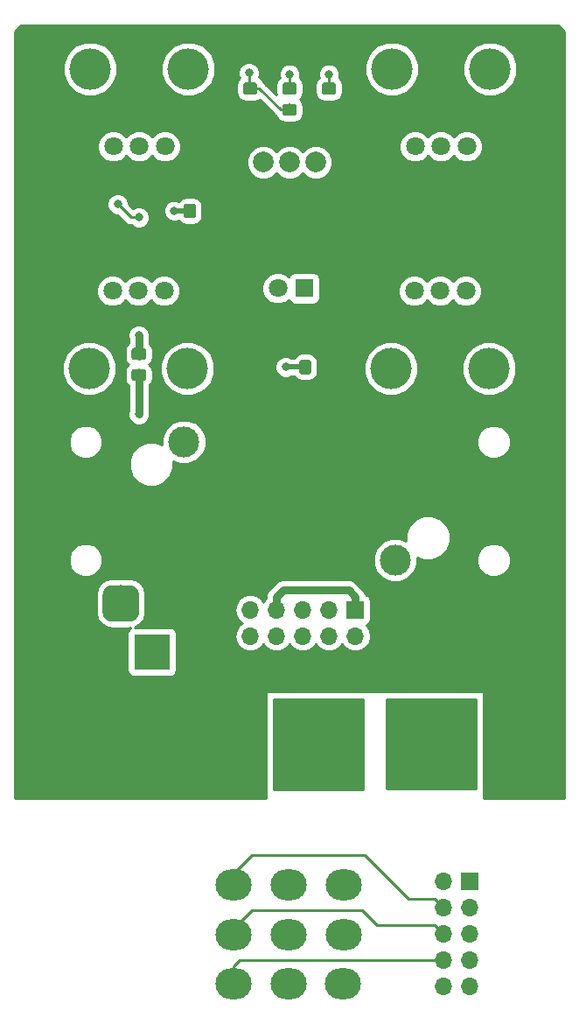
<source format=gbr>
G04 #@! TF.GenerationSoftware,KiCad,Pcbnew,(5.0.0-3-g5ebb6b6)*
G04 #@! TF.CreationDate,2018-11-15T11:11:36+00:00*
G04 #@! TF.ProjectId,555PWMTremolo,35353550574D5472656D6F6C6F2E6B69,rev?*
G04 #@! TF.SameCoordinates,Original*
G04 #@! TF.FileFunction,Copper,L2,Bot,Signal*
G04 #@! TF.FilePolarity,Positive*
%FSLAX46Y46*%
G04 Gerber Fmt 4.6, Leading zero omitted, Abs format (unit mm)*
G04 Created by KiCad (PCBNEW (5.0.0-3-g5ebb6b6)) date Thursday, 15 November 2018 at 11:11:36*
%MOMM*%
%LPD*%
G01*
G04 APERTURE LIST*
G04 #@! TA.AperFunction,ComponentPad*
%ADD10O,1.700000X1.700000*%
G04 #@! TD*
G04 #@! TA.AperFunction,ComponentPad*
%ADD11R,1.700000X1.700000*%
G04 #@! TD*
G04 #@! TA.AperFunction,Conductor*
%ADD12C,0.100000*%
G04 #@! TD*
G04 #@! TA.AperFunction,SMDPad,CuDef*
%ADD13C,1.150000*%
G04 #@! TD*
G04 #@! TA.AperFunction,ComponentPad*
%ADD14O,3.500000X3.000000*%
G04 #@! TD*
G04 #@! TA.AperFunction,ComponentPad*
%ADD15R,1.800000X1.800000*%
G04 #@! TD*
G04 #@! TA.AperFunction,ComponentPad*
%ADD16C,1.800000*%
G04 #@! TD*
G04 #@! TA.AperFunction,ComponentPad*
%ADD17C,3.000000*%
G04 #@! TD*
G04 #@! TA.AperFunction,ComponentPad*
%ADD18R,3.500000X3.500000*%
G04 #@! TD*
G04 #@! TA.AperFunction,ComponentPad*
%ADD19C,3.500000*%
G04 #@! TD*
G04 #@! TA.AperFunction,WasherPad*
%ADD20C,4.000000*%
G04 #@! TD*
G04 #@! TA.AperFunction,ComponentPad*
%ADD21C,2.000000*%
G04 #@! TD*
G04 #@! TA.AperFunction,ViaPad*
%ADD22C,0.800000*%
G04 #@! TD*
G04 #@! TA.AperFunction,Conductor*
%ADD23C,0.750000*%
G04 #@! TD*
G04 #@! TA.AperFunction,Conductor*
%ADD24C,0.250000*%
G04 #@! TD*
G04 #@! TA.AperFunction,Conductor*
%ADD25C,0.500000*%
G04 #@! TD*
G04 #@! TA.AperFunction,Conductor*
%ADD26C,0.254000*%
G04 #@! TD*
G04 APERTURE END LIST*
D10*
G04 #@! TO.P,J_AUXTOMAIN1,10*
G04 #@! TO.N,N/C*
X95504000Y-154940000D03*
G04 #@! TO.P,J_AUXTOMAIN1,9*
G04 #@! TO.N,/555PWMTremolo_3PDT/3PDT_9_INT*
X95504000Y-157480000D03*
G04 #@! TO.P,J_AUXTOMAIN1,8*
G04 #@! TO.N,/555PWMTremolo_3PDT/3PDT_8_INT*
X95504000Y-160020000D03*
G04 #@! TO.P,J_AUXTOMAIN1,7*
G04 #@! TO.N,/555PWMTremolo_3PDT/3PDT_7_INT*
X95504000Y-162560000D03*
G04 #@! TO.P,J_AUXTOMAIN1,6*
G04 #@! TO.N,/555PWMTremolo_3PDT/3PDT_6_INT*
X95504000Y-165100000D03*
G04 #@! TO.P,J_AUXTOMAIN1,5*
G04 #@! TO.N,/555PWMTremolo_3PDT/3PDT_5_INT*
X98044000Y-165100000D03*
G04 #@! TO.P,J_AUXTOMAIN1,4*
G04 #@! TO.N,/555PWMTremolo_3PDT/3PDT_4_INT*
X98044000Y-162560000D03*
G04 #@! TO.P,J_AUXTOMAIN1,3*
G04 #@! TO.N,/555PWMTremolo_3PDT/3PDT_3_INT*
X98044000Y-160020000D03*
G04 #@! TO.P,J_AUXTOMAIN1,2*
G04 #@! TO.N,/555PWMTremolo_3PDT/3PDT_2_INT*
X98044000Y-157480000D03*
D11*
G04 #@! TO.P,J_AUXTOMAIN1,1*
G04 #@! TO.N,/555PWMTremolo_3PDT/3PDT_1_INT*
X98044000Y-154940000D03*
G04 #@! TD*
D12*
G04 #@! TO.N,/GND*
G04 #@! TO.C,C_LPFOPT1*
G36*
X77309505Y-79699204D02*
X77333773Y-79702804D01*
X77357572Y-79708765D01*
X77380671Y-79717030D01*
X77402850Y-79727520D01*
X77423893Y-79740132D01*
X77443599Y-79754747D01*
X77461777Y-79771223D01*
X77478253Y-79789401D01*
X77492868Y-79809107D01*
X77505480Y-79830150D01*
X77515970Y-79852329D01*
X77524235Y-79875428D01*
X77530196Y-79899227D01*
X77533796Y-79923495D01*
X77535000Y-79947999D01*
X77535000Y-80598001D01*
X77533796Y-80622505D01*
X77530196Y-80646773D01*
X77524235Y-80670572D01*
X77515970Y-80693671D01*
X77505480Y-80715850D01*
X77492868Y-80736893D01*
X77478253Y-80756599D01*
X77461777Y-80774777D01*
X77443599Y-80791253D01*
X77423893Y-80805868D01*
X77402850Y-80818480D01*
X77380671Y-80828970D01*
X77357572Y-80837235D01*
X77333773Y-80843196D01*
X77309505Y-80846796D01*
X77285001Y-80848000D01*
X76384999Y-80848000D01*
X76360495Y-80846796D01*
X76336227Y-80843196D01*
X76312428Y-80837235D01*
X76289329Y-80828970D01*
X76267150Y-80818480D01*
X76246107Y-80805868D01*
X76226401Y-80791253D01*
X76208223Y-80774777D01*
X76191747Y-80756599D01*
X76177132Y-80736893D01*
X76164520Y-80715850D01*
X76154030Y-80693671D01*
X76145765Y-80670572D01*
X76139804Y-80646773D01*
X76136204Y-80622505D01*
X76135000Y-80598001D01*
X76135000Y-79947999D01*
X76136204Y-79923495D01*
X76139804Y-79899227D01*
X76145765Y-79875428D01*
X76154030Y-79852329D01*
X76164520Y-79830150D01*
X76177132Y-79809107D01*
X76191747Y-79789401D01*
X76208223Y-79771223D01*
X76226401Y-79754747D01*
X76246107Y-79740132D01*
X76267150Y-79727520D01*
X76289329Y-79717030D01*
X76312428Y-79708765D01*
X76336227Y-79702804D01*
X76360495Y-79699204D01*
X76384999Y-79698000D01*
X77285001Y-79698000D01*
X77309505Y-79699204D01*
X77309505Y-79699204D01*
G37*
D13*
G04 #@! TD*
G04 #@! TO.P,C_LPFOPT1,2*
G04 #@! TO.N,/GND*
X76835000Y-80273000D03*
D12*
G04 #@! TO.N,Net-(C_LPFOPT1-Pad1)*
G04 #@! TO.C,C_LPFOPT1*
G36*
X77309505Y-77649204D02*
X77333773Y-77652804D01*
X77357572Y-77658765D01*
X77380671Y-77667030D01*
X77402850Y-77677520D01*
X77423893Y-77690132D01*
X77443599Y-77704747D01*
X77461777Y-77721223D01*
X77478253Y-77739401D01*
X77492868Y-77759107D01*
X77505480Y-77780150D01*
X77515970Y-77802329D01*
X77524235Y-77825428D01*
X77530196Y-77849227D01*
X77533796Y-77873495D01*
X77535000Y-77897999D01*
X77535000Y-78548001D01*
X77533796Y-78572505D01*
X77530196Y-78596773D01*
X77524235Y-78620572D01*
X77515970Y-78643671D01*
X77505480Y-78665850D01*
X77492868Y-78686893D01*
X77478253Y-78706599D01*
X77461777Y-78724777D01*
X77443599Y-78741253D01*
X77423893Y-78755868D01*
X77402850Y-78768480D01*
X77380671Y-78778970D01*
X77357572Y-78787235D01*
X77333773Y-78793196D01*
X77309505Y-78796796D01*
X77285001Y-78798000D01*
X76384999Y-78798000D01*
X76360495Y-78796796D01*
X76336227Y-78793196D01*
X76312428Y-78787235D01*
X76289329Y-78778970D01*
X76267150Y-78768480D01*
X76246107Y-78755868D01*
X76226401Y-78741253D01*
X76208223Y-78724777D01*
X76191747Y-78706599D01*
X76177132Y-78686893D01*
X76164520Y-78665850D01*
X76154030Y-78643671D01*
X76145765Y-78620572D01*
X76139804Y-78596773D01*
X76136204Y-78572505D01*
X76135000Y-78548001D01*
X76135000Y-77897999D01*
X76136204Y-77873495D01*
X76139804Y-77849227D01*
X76145765Y-77825428D01*
X76154030Y-77802329D01*
X76164520Y-77780150D01*
X76177132Y-77759107D01*
X76191747Y-77739401D01*
X76208223Y-77721223D01*
X76226401Y-77704747D01*
X76246107Y-77690132D01*
X76267150Y-77677520D01*
X76289329Y-77667030D01*
X76312428Y-77658765D01*
X76336227Y-77652804D01*
X76360495Y-77649204D01*
X76384999Y-77648000D01*
X77285001Y-77648000D01*
X77309505Y-77649204D01*
X77309505Y-77649204D01*
G37*
D13*
G04 #@! TD*
G04 #@! TO.P,C_LPFOPT1,1*
G04 #@! TO.N,Net-(C_LPFOPT1-Pad1)*
X76835000Y-78223000D03*
D12*
G04 #@! TO.N,Net-(C_LPFOPT2-Pad1)*
G04 #@! TO.C,C_LPFOPT2*
G36*
X84929505Y-77649204D02*
X84953773Y-77652804D01*
X84977572Y-77658765D01*
X85000671Y-77667030D01*
X85022850Y-77677520D01*
X85043893Y-77690132D01*
X85063599Y-77704747D01*
X85081777Y-77721223D01*
X85098253Y-77739401D01*
X85112868Y-77759107D01*
X85125480Y-77780150D01*
X85135970Y-77802329D01*
X85144235Y-77825428D01*
X85150196Y-77849227D01*
X85153796Y-77873495D01*
X85155000Y-77897999D01*
X85155000Y-78548001D01*
X85153796Y-78572505D01*
X85150196Y-78596773D01*
X85144235Y-78620572D01*
X85135970Y-78643671D01*
X85125480Y-78665850D01*
X85112868Y-78686893D01*
X85098253Y-78706599D01*
X85081777Y-78724777D01*
X85063599Y-78741253D01*
X85043893Y-78755868D01*
X85022850Y-78768480D01*
X85000671Y-78778970D01*
X84977572Y-78787235D01*
X84953773Y-78793196D01*
X84929505Y-78796796D01*
X84905001Y-78798000D01*
X84004999Y-78798000D01*
X83980495Y-78796796D01*
X83956227Y-78793196D01*
X83932428Y-78787235D01*
X83909329Y-78778970D01*
X83887150Y-78768480D01*
X83866107Y-78755868D01*
X83846401Y-78741253D01*
X83828223Y-78724777D01*
X83811747Y-78706599D01*
X83797132Y-78686893D01*
X83784520Y-78665850D01*
X83774030Y-78643671D01*
X83765765Y-78620572D01*
X83759804Y-78596773D01*
X83756204Y-78572505D01*
X83755000Y-78548001D01*
X83755000Y-77897999D01*
X83756204Y-77873495D01*
X83759804Y-77849227D01*
X83765765Y-77825428D01*
X83774030Y-77802329D01*
X83784520Y-77780150D01*
X83797132Y-77759107D01*
X83811747Y-77739401D01*
X83828223Y-77721223D01*
X83846401Y-77704747D01*
X83866107Y-77690132D01*
X83887150Y-77677520D01*
X83909329Y-77667030D01*
X83932428Y-77658765D01*
X83956227Y-77652804D01*
X83980495Y-77649204D01*
X84004999Y-77648000D01*
X84905001Y-77648000D01*
X84929505Y-77649204D01*
X84929505Y-77649204D01*
G37*
D13*
G04 #@! TD*
G04 #@! TO.P,C_LPFOPT2,1*
G04 #@! TO.N,Net-(C_LPFOPT2-Pad1)*
X84455000Y-78223000D03*
D12*
G04 #@! TO.N,/GND*
G04 #@! TO.C,C_LPFOPT2*
G36*
X84929505Y-79699204D02*
X84953773Y-79702804D01*
X84977572Y-79708765D01*
X85000671Y-79717030D01*
X85022850Y-79727520D01*
X85043893Y-79740132D01*
X85063599Y-79754747D01*
X85081777Y-79771223D01*
X85098253Y-79789401D01*
X85112868Y-79809107D01*
X85125480Y-79830150D01*
X85135970Y-79852329D01*
X85144235Y-79875428D01*
X85150196Y-79899227D01*
X85153796Y-79923495D01*
X85155000Y-79947999D01*
X85155000Y-80598001D01*
X85153796Y-80622505D01*
X85150196Y-80646773D01*
X85144235Y-80670572D01*
X85135970Y-80693671D01*
X85125480Y-80715850D01*
X85112868Y-80736893D01*
X85098253Y-80756599D01*
X85081777Y-80774777D01*
X85063599Y-80791253D01*
X85043893Y-80805868D01*
X85022850Y-80818480D01*
X85000671Y-80828970D01*
X84977572Y-80837235D01*
X84953773Y-80843196D01*
X84929505Y-80846796D01*
X84905001Y-80848000D01*
X84004999Y-80848000D01*
X83980495Y-80846796D01*
X83956227Y-80843196D01*
X83932428Y-80837235D01*
X83909329Y-80828970D01*
X83887150Y-80818480D01*
X83866107Y-80805868D01*
X83846401Y-80791253D01*
X83828223Y-80774777D01*
X83811747Y-80756599D01*
X83797132Y-80736893D01*
X83784520Y-80715850D01*
X83774030Y-80693671D01*
X83765765Y-80670572D01*
X83759804Y-80646773D01*
X83756204Y-80622505D01*
X83755000Y-80598001D01*
X83755000Y-79947999D01*
X83756204Y-79923495D01*
X83759804Y-79899227D01*
X83765765Y-79875428D01*
X83774030Y-79852329D01*
X83784520Y-79830150D01*
X83797132Y-79809107D01*
X83811747Y-79789401D01*
X83828223Y-79771223D01*
X83846401Y-79754747D01*
X83866107Y-79740132D01*
X83887150Y-79727520D01*
X83909329Y-79717030D01*
X83932428Y-79708765D01*
X83956227Y-79702804D01*
X83980495Y-79699204D01*
X84004999Y-79698000D01*
X84905001Y-79698000D01*
X84929505Y-79699204D01*
X84929505Y-79699204D01*
G37*
D13*
G04 #@! TD*
G04 #@! TO.P,C_LPFOPT2,2*
G04 #@! TO.N,/GND*
X84455000Y-80273000D03*
D12*
G04 #@! TO.N,Net-(R_LPF1-Pad2)*
G04 #@! TO.C,R_LPF1*
G36*
X81119505Y-77649204D02*
X81143773Y-77652804D01*
X81167572Y-77658765D01*
X81190671Y-77667030D01*
X81212850Y-77677520D01*
X81233893Y-77690132D01*
X81253599Y-77704747D01*
X81271777Y-77721223D01*
X81288253Y-77739401D01*
X81302868Y-77759107D01*
X81315480Y-77780150D01*
X81325970Y-77802329D01*
X81334235Y-77825428D01*
X81340196Y-77849227D01*
X81343796Y-77873495D01*
X81345000Y-77897999D01*
X81345000Y-78548001D01*
X81343796Y-78572505D01*
X81340196Y-78596773D01*
X81334235Y-78620572D01*
X81325970Y-78643671D01*
X81315480Y-78665850D01*
X81302868Y-78686893D01*
X81288253Y-78706599D01*
X81271777Y-78724777D01*
X81253599Y-78741253D01*
X81233893Y-78755868D01*
X81212850Y-78768480D01*
X81190671Y-78778970D01*
X81167572Y-78787235D01*
X81143773Y-78793196D01*
X81119505Y-78796796D01*
X81095001Y-78798000D01*
X80194999Y-78798000D01*
X80170495Y-78796796D01*
X80146227Y-78793196D01*
X80122428Y-78787235D01*
X80099329Y-78778970D01*
X80077150Y-78768480D01*
X80056107Y-78755868D01*
X80036401Y-78741253D01*
X80018223Y-78724777D01*
X80001747Y-78706599D01*
X79987132Y-78686893D01*
X79974520Y-78665850D01*
X79964030Y-78643671D01*
X79955765Y-78620572D01*
X79949804Y-78596773D01*
X79946204Y-78572505D01*
X79945000Y-78548001D01*
X79945000Y-77897999D01*
X79946204Y-77873495D01*
X79949804Y-77849227D01*
X79955765Y-77825428D01*
X79964030Y-77802329D01*
X79974520Y-77780150D01*
X79987132Y-77759107D01*
X80001747Y-77739401D01*
X80018223Y-77721223D01*
X80036401Y-77704747D01*
X80056107Y-77690132D01*
X80077150Y-77677520D01*
X80099329Y-77667030D01*
X80122428Y-77658765D01*
X80146227Y-77652804D01*
X80170495Y-77649204D01*
X80194999Y-77648000D01*
X81095001Y-77648000D01*
X81119505Y-77649204D01*
X81119505Y-77649204D01*
G37*
D13*
G04 #@! TD*
G04 #@! TO.P,R_LPF1,2*
G04 #@! TO.N,Net-(R_LPF1-Pad2)*
X80645000Y-78223000D03*
D12*
G04 #@! TO.N,Net-(C_LPFOPT1-Pad1)*
G04 #@! TO.C,R_LPF1*
G36*
X81119505Y-79699204D02*
X81143773Y-79702804D01*
X81167572Y-79708765D01*
X81190671Y-79717030D01*
X81212850Y-79727520D01*
X81233893Y-79740132D01*
X81253599Y-79754747D01*
X81271777Y-79771223D01*
X81288253Y-79789401D01*
X81302868Y-79809107D01*
X81315480Y-79830150D01*
X81325970Y-79852329D01*
X81334235Y-79875428D01*
X81340196Y-79899227D01*
X81343796Y-79923495D01*
X81345000Y-79947999D01*
X81345000Y-80598001D01*
X81343796Y-80622505D01*
X81340196Y-80646773D01*
X81334235Y-80670572D01*
X81325970Y-80693671D01*
X81315480Y-80715850D01*
X81302868Y-80736893D01*
X81288253Y-80756599D01*
X81271777Y-80774777D01*
X81253599Y-80791253D01*
X81233893Y-80805868D01*
X81212850Y-80818480D01*
X81190671Y-80828970D01*
X81167572Y-80837235D01*
X81143773Y-80843196D01*
X81119505Y-80846796D01*
X81095001Y-80848000D01*
X80194999Y-80848000D01*
X80170495Y-80846796D01*
X80146227Y-80843196D01*
X80122428Y-80837235D01*
X80099329Y-80828970D01*
X80077150Y-80818480D01*
X80056107Y-80805868D01*
X80036401Y-80791253D01*
X80018223Y-80774777D01*
X80001747Y-80756599D01*
X79987132Y-80736893D01*
X79974520Y-80715850D01*
X79964030Y-80693671D01*
X79955765Y-80670572D01*
X79949804Y-80646773D01*
X79946204Y-80622505D01*
X79945000Y-80598001D01*
X79945000Y-79947999D01*
X79946204Y-79923495D01*
X79949804Y-79899227D01*
X79955765Y-79875428D01*
X79964030Y-79852329D01*
X79974520Y-79830150D01*
X79987132Y-79809107D01*
X80001747Y-79789401D01*
X80018223Y-79771223D01*
X80036401Y-79754747D01*
X80056107Y-79740132D01*
X80077150Y-79727520D01*
X80099329Y-79717030D01*
X80122428Y-79708765D01*
X80146227Y-79702804D01*
X80170495Y-79699204D01*
X80194999Y-79698000D01*
X81095001Y-79698000D01*
X81119505Y-79699204D01*
X81119505Y-79699204D01*
G37*
D13*
G04 #@! TD*
G04 #@! TO.P,R_LPF1,1*
G04 #@! TO.N,Net-(C_LPFOPT1-Pad1)*
X80645000Y-80273000D03*
D14*
G04 #@! TO.P,SW_EN1,1*
G04 #@! TO.N,/555PWMTremolo_3PDT/3PDT_1_INT*
X85836760Y-164851080D03*
G04 #@! TO.P,SW_EN1,4*
G04 #@! TO.N,/555PWMTremolo_3PDT/3PDT_4_INT*
X80563720Y-164838380D03*
G04 #@! TO.P,SW_EN1,7*
G04 #@! TO.N,/555PWMTremolo_3PDT/3PDT_7_INT*
X75247500Y-164833300D03*
G04 #@! TO.P,SW_EN1,2*
G04 #@! TO.N,/555PWMTremolo_3PDT/3PDT_2_INT*
X85852000Y-160045400D03*
G04 #@! TO.P,SW_EN1,5*
G04 #@! TO.N,/555PWMTremolo_3PDT/3PDT_5_INT*
X80556100Y-160045400D03*
G04 #@! TO.P,SW_EN1,8*
G04 #@! TO.N,/555PWMTremolo_3PDT/3PDT_8_INT*
X75247500Y-160045400D03*
G04 #@! TO.P,SW_EN1,3*
G04 #@! TO.N,/555PWMTremolo_3PDT/3PDT_3_INT*
X85864700Y-155244800D03*
G04 #@! TO.P,SW_EN1,6*
G04 #@! TO.N,/555PWMTremolo_3PDT/3PDT_6_INT*
X80556100Y-155244800D03*
G04 #@! TO.P,SW_EN1,9*
G04 #@! TO.N,/555PWMTremolo_3PDT/3PDT_9_INT*
X75247500Y-155244800D03*
G04 #@! TD*
D12*
G04 #@! TO.N,Net-(P_VOL1-Pad1)*
G04 #@! TO.C,R_GAIN1*
G36*
X82509505Y-104457204D02*
X82533773Y-104460804D01*
X82557572Y-104466765D01*
X82580671Y-104475030D01*
X82602850Y-104485520D01*
X82623893Y-104498132D01*
X82643599Y-104512747D01*
X82661777Y-104529223D01*
X82678253Y-104547401D01*
X82692868Y-104567107D01*
X82705480Y-104588150D01*
X82715970Y-104610329D01*
X82724235Y-104633428D01*
X82730196Y-104657227D01*
X82733796Y-104681495D01*
X82735000Y-104705999D01*
X82735000Y-105606001D01*
X82733796Y-105630505D01*
X82730196Y-105654773D01*
X82724235Y-105678572D01*
X82715970Y-105701671D01*
X82705480Y-105723850D01*
X82692868Y-105744893D01*
X82678253Y-105764599D01*
X82661777Y-105782777D01*
X82643599Y-105799253D01*
X82623893Y-105813868D01*
X82602850Y-105826480D01*
X82580671Y-105836970D01*
X82557572Y-105845235D01*
X82533773Y-105851196D01*
X82509505Y-105854796D01*
X82485001Y-105856000D01*
X81834999Y-105856000D01*
X81810495Y-105854796D01*
X81786227Y-105851196D01*
X81762428Y-105845235D01*
X81739329Y-105836970D01*
X81717150Y-105826480D01*
X81696107Y-105813868D01*
X81676401Y-105799253D01*
X81658223Y-105782777D01*
X81641747Y-105764599D01*
X81627132Y-105744893D01*
X81614520Y-105723850D01*
X81604030Y-105701671D01*
X81595765Y-105678572D01*
X81589804Y-105654773D01*
X81586204Y-105630505D01*
X81585000Y-105606001D01*
X81585000Y-104705999D01*
X81586204Y-104681495D01*
X81589804Y-104657227D01*
X81595765Y-104633428D01*
X81604030Y-104610329D01*
X81614520Y-104588150D01*
X81627132Y-104567107D01*
X81641747Y-104547401D01*
X81658223Y-104529223D01*
X81676401Y-104512747D01*
X81696107Y-104498132D01*
X81717150Y-104485520D01*
X81739329Y-104475030D01*
X81762428Y-104466765D01*
X81786227Y-104460804D01*
X81810495Y-104457204D01*
X81834999Y-104456000D01*
X82485001Y-104456000D01*
X82509505Y-104457204D01*
X82509505Y-104457204D01*
G37*
D13*
G04 #@! TD*
G04 #@! TO.P,R_GAIN1,1*
G04 #@! TO.N,Net-(P_VOL1-Pad1)*
X82160000Y-105156000D03*
D12*
G04 #@! TO.N,/GND*
G04 #@! TO.C,R_GAIN1*
G36*
X84559505Y-104457204D02*
X84583773Y-104460804D01*
X84607572Y-104466765D01*
X84630671Y-104475030D01*
X84652850Y-104485520D01*
X84673893Y-104498132D01*
X84693599Y-104512747D01*
X84711777Y-104529223D01*
X84728253Y-104547401D01*
X84742868Y-104567107D01*
X84755480Y-104588150D01*
X84765970Y-104610329D01*
X84774235Y-104633428D01*
X84780196Y-104657227D01*
X84783796Y-104681495D01*
X84785000Y-104705999D01*
X84785000Y-105606001D01*
X84783796Y-105630505D01*
X84780196Y-105654773D01*
X84774235Y-105678572D01*
X84765970Y-105701671D01*
X84755480Y-105723850D01*
X84742868Y-105744893D01*
X84728253Y-105764599D01*
X84711777Y-105782777D01*
X84693599Y-105799253D01*
X84673893Y-105813868D01*
X84652850Y-105826480D01*
X84630671Y-105836970D01*
X84607572Y-105845235D01*
X84583773Y-105851196D01*
X84559505Y-105854796D01*
X84535001Y-105856000D01*
X83884999Y-105856000D01*
X83860495Y-105854796D01*
X83836227Y-105851196D01*
X83812428Y-105845235D01*
X83789329Y-105836970D01*
X83767150Y-105826480D01*
X83746107Y-105813868D01*
X83726401Y-105799253D01*
X83708223Y-105782777D01*
X83691747Y-105764599D01*
X83677132Y-105744893D01*
X83664520Y-105723850D01*
X83654030Y-105701671D01*
X83645765Y-105678572D01*
X83639804Y-105654773D01*
X83636204Y-105630505D01*
X83635000Y-105606001D01*
X83635000Y-104705999D01*
X83636204Y-104681495D01*
X83639804Y-104657227D01*
X83645765Y-104633428D01*
X83654030Y-104610329D01*
X83664520Y-104588150D01*
X83677132Y-104567107D01*
X83691747Y-104547401D01*
X83708223Y-104529223D01*
X83726401Y-104512747D01*
X83746107Y-104498132D01*
X83767150Y-104485520D01*
X83789329Y-104475030D01*
X83812428Y-104466765D01*
X83836227Y-104460804D01*
X83860495Y-104457204D01*
X83884999Y-104456000D01*
X84535001Y-104456000D01*
X84559505Y-104457204D01*
X84559505Y-104457204D01*
G37*
D13*
G04 #@! TD*
G04 #@! TO.P,R_GAIN1,2*
G04 #@! TO.N,/GND*
X84210000Y-105156000D03*
D15*
G04 #@! TO.P,D_LED1,1*
G04 #@! TO.N,Net-(C_LPFOPT2-Pad1)*
X82042000Y-97536000D03*
D16*
G04 #@! TO.P,D_LED1,2*
G04 #@! TO.N,Net-(C_LPFOPT1-Pad1)*
X79502000Y-97536000D03*
G04 #@! TD*
D12*
G04 #@! TO.N,Net-(C_OSC1-Pad1)*
G04 #@! TO.C,C_OSC1*
G36*
X71333505Y-89344204D02*
X71357773Y-89347804D01*
X71381572Y-89353765D01*
X71404671Y-89362030D01*
X71426850Y-89372520D01*
X71447893Y-89385132D01*
X71467599Y-89399747D01*
X71485777Y-89416223D01*
X71502253Y-89434401D01*
X71516868Y-89454107D01*
X71529480Y-89475150D01*
X71539970Y-89497329D01*
X71548235Y-89520428D01*
X71554196Y-89544227D01*
X71557796Y-89568495D01*
X71559000Y-89592999D01*
X71559000Y-90493001D01*
X71557796Y-90517505D01*
X71554196Y-90541773D01*
X71548235Y-90565572D01*
X71539970Y-90588671D01*
X71529480Y-90610850D01*
X71516868Y-90631893D01*
X71502253Y-90651599D01*
X71485777Y-90669777D01*
X71467599Y-90686253D01*
X71447893Y-90700868D01*
X71426850Y-90713480D01*
X71404671Y-90723970D01*
X71381572Y-90732235D01*
X71357773Y-90738196D01*
X71333505Y-90741796D01*
X71309001Y-90743000D01*
X70658999Y-90743000D01*
X70634495Y-90741796D01*
X70610227Y-90738196D01*
X70586428Y-90732235D01*
X70563329Y-90723970D01*
X70541150Y-90713480D01*
X70520107Y-90700868D01*
X70500401Y-90686253D01*
X70482223Y-90669777D01*
X70465747Y-90651599D01*
X70451132Y-90631893D01*
X70438520Y-90610850D01*
X70428030Y-90588671D01*
X70419765Y-90565572D01*
X70413804Y-90541773D01*
X70410204Y-90517505D01*
X70409000Y-90493001D01*
X70409000Y-89592999D01*
X70410204Y-89568495D01*
X70413804Y-89544227D01*
X70419765Y-89520428D01*
X70428030Y-89497329D01*
X70438520Y-89475150D01*
X70451132Y-89454107D01*
X70465747Y-89434401D01*
X70482223Y-89416223D01*
X70500401Y-89399747D01*
X70520107Y-89385132D01*
X70541150Y-89372520D01*
X70563329Y-89362030D01*
X70586428Y-89353765D01*
X70610227Y-89347804D01*
X70634495Y-89344204D01*
X70658999Y-89343000D01*
X71309001Y-89343000D01*
X71333505Y-89344204D01*
X71333505Y-89344204D01*
G37*
D13*
G04 #@! TD*
G04 #@! TO.P,C_OSC1,1*
G04 #@! TO.N,Net-(C_OSC1-Pad1)*
X70984000Y-90043000D03*
D12*
G04 #@! TO.N,/GND*
G04 #@! TO.C,C_OSC1*
G36*
X73383505Y-89344204D02*
X73407773Y-89347804D01*
X73431572Y-89353765D01*
X73454671Y-89362030D01*
X73476850Y-89372520D01*
X73497893Y-89385132D01*
X73517599Y-89399747D01*
X73535777Y-89416223D01*
X73552253Y-89434401D01*
X73566868Y-89454107D01*
X73579480Y-89475150D01*
X73589970Y-89497329D01*
X73598235Y-89520428D01*
X73604196Y-89544227D01*
X73607796Y-89568495D01*
X73609000Y-89592999D01*
X73609000Y-90493001D01*
X73607796Y-90517505D01*
X73604196Y-90541773D01*
X73598235Y-90565572D01*
X73589970Y-90588671D01*
X73579480Y-90610850D01*
X73566868Y-90631893D01*
X73552253Y-90651599D01*
X73535777Y-90669777D01*
X73517599Y-90686253D01*
X73497893Y-90700868D01*
X73476850Y-90713480D01*
X73454671Y-90723970D01*
X73431572Y-90732235D01*
X73407773Y-90738196D01*
X73383505Y-90741796D01*
X73359001Y-90743000D01*
X72708999Y-90743000D01*
X72684495Y-90741796D01*
X72660227Y-90738196D01*
X72636428Y-90732235D01*
X72613329Y-90723970D01*
X72591150Y-90713480D01*
X72570107Y-90700868D01*
X72550401Y-90686253D01*
X72532223Y-90669777D01*
X72515747Y-90651599D01*
X72501132Y-90631893D01*
X72488520Y-90610850D01*
X72478030Y-90588671D01*
X72469765Y-90565572D01*
X72463804Y-90541773D01*
X72460204Y-90517505D01*
X72459000Y-90493001D01*
X72459000Y-89592999D01*
X72460204Y-89568495D01*
X72463804Y-89544227D01*
X72469765Y-89520428D01*
X72478030Y-89497329D01*
X72488520Y-89475150D01*
X72501132Y-89454107D01*
X72515747Y-89434401D01*
X72532223Y-89416223D01*
X72550401Y-89399747D01*
X72570107Y-89385132D01*
X72591150Y-89372520D01*
X72613329Y-89362030D01*
X72636428Y-89353765D01*
X72660227Y-89347804D01*
X72684495Y-89344204D01*
X72708999Y-89343000D01*
X73359001Y-89343000D01*
X73383505Y-89344204D01*
X73383505Y-89344204D01*
G37*
D13*
G04 #@! TD*
G04 #@! TO.P,C_OSC1,2*
G04 #@! TO.N,/GND*
X73034000Y-90043000D03*
D17*
G04 #@! TO.P,J_IN1,4*
G04 #@! TO.N,/GND*
X103568500Y-123825000D03*
G04 #@! TO.P,J_IN1,3*
X103568500Y-112395000D03*
G04 #@! TO.P,J_IN1,2*
X90868500Y-112395000D03*
G04 #@! TO.P,J_IN1,1*
G04 #@! TO.N,/3PDT_2_EXT*
X90868500Y-123825000D03*
G04 #@! TD*
D18*
G04 #@! TO.P,J_PWR1,1*
G04 #@! TO.N,+9V*
X67310000Y-132715000D03*
D12*
G04 #@! TD*
G04 #@! TO.N,/GND*
G04 #@! TO.C,J_PWR1*
G36*
X62133513Y-130968611D02*
X62206318Y-130979411D01*
X62277714Y-130997295D01*
X62347013Y-131022090D01*
X62413548Y-131053559D01*
X62476678Y-131091398D01*
X62535795Y-131135242D01*
X62590330Y-131184670D01*
X62639758Y-131239205D01*
X62683602Y-131298322D01*
X62721441Y-131361452D01*
X62752910Y-131427987D01*
X62777705Y-131497286D01*
X62795589Y-131568682D01*
X62806389Y-131641487D01*
X62810000Y-131715000D01*
X62810000Y-133715000D01*
X62806389Y-133788513D01*
X62795589Y-133861318D01*
X62777705Y-133932714D01*
X62752910Y-134002013D01*
X62721441Y-134068548D01*
X62683602Y-134131678D01*
X62639758Y-134190795D01*
X62590330Y-134245330D01*
X62535795Y-134294758D01*
X62476678Y-134338602D01*
X62413548Y-134376441D01*
X62347013Y-134407910D01*
X62277714Y-134432705D01*
X62206318Y-134450589D01*
X62133513Y-134461389D01*
X62060000Y-134465000D01*
X60560000Y-134465000D01*
X60486487Y-134461389D01*
X60413682Y-134450589D01*
X60342286Y-134432705D01*
X60272987Y-134407910D01*
X60206452Y-134376441D01*
X60143322Y-134338602D01*
X60084205Y-134294758D01*
X60029670Y-134245330D01*
X59980242Y-134190795D01*
X59936398Y-134131678D01*
X59898559Y-134068548D01*
X59867090Y-134002013D01*
X59842295Y-133932714D01*
X59824411Y-133861318D01*
X59813611Y-133788513D01*
X59810000Y-133715000D01*
X59810000Y-131715000D01*
X59813611Y-131641487D01*
X59824411Y-131568682D01*
X59842295Y-131497286D01*
X59867090Y-131427987D01*
X59898559Y-131361452D01*
X59936398Y-131298322D01*
X59980242Y-131239205D01*
X60029670Y-131184670D01*
X60084205Y-131135242D01*
X60143322Y-131091398D01*
X60206452Y-131053559D01*
X60272987Y-131022090D01*
X60342286Y-130997295D01*
X60413682Y-130979411D01*
X60486487Y-130968611D01*
X60560000Y-130965000D01*
X62060000Y-130965000D01*
X62133513Y-130968611D01*
X62133513Y-130968611D01*
G37*
D17*
G04 #@! TO.P,J_PWR1,2*
G04 #@! TO.N,/GND*
X61310000Y-132715000D03*
D12*
G04 #@! TD*
G04 #@! TO.N,N/C*
G04 #@! TO.C,J_PWR1*
G36*
X65270765Y-126269213D02*
X65355704Y-126281813D01*
X65438999Y-126302677D01*
X65519848Y-126331605D01*
X65597472Y-126368319D01*
X65671124Y-126412464D01*
X65740094Y-126463616D01*
X65803718Y-126521282D01*
X65861384Y-126584906D01*
X65912536Y-126653876D01*
X65956681Y-126727528D01*
X65993395Y-126805152D01*
X66022323Y-126886001D01*
X66043187Y-126969296D01*
X66055787Y-127054235D01*
X66060000Y-127140000D01*
X66060000Y-128890000D01*
X66055787Y-128975765D01*
X66043187Y-129060704D01*
X66022323Y-129143999D01*
X65993395Y-129224848D01*
X65956681Y-129302472D01*
X65912536Y-129376124D01*
X65861384Y-129445094D01*
X65803718Y-129508718D01*
X65740094Y-129566384D01*
X65671124Y-129617536D01*
X65597472Y-129661681D01*
X65519848Y-129698395D01*
X65438999Y-129727323D01*
X65355704Y-129748187D01*
X65270765Y-129760787D01*
X65185000Y-129765000D01*
X63435000Y-129765000D01*
X63349235Y-129760787D01*
X63264296Y-129748187D01*
X63181001Y-129727323D01*
X63100152Y-129698395D01*
X63022528Y-129661681D01*
X62948876Y-129617536D01*
X62879906Y-129566384D01*
X62816282Y-129508718D01*
X62758616Y-129445094D01*
X62707464Y-129376124D01*
X62663319Y-129302472D01*
X62626605Y-129224848D01*
X62597677Y-129143999D01*
X62576813Y-129060704D01*
X62564213Y-128975765D01*
X62560000Y-128890000D01*
X62560000Y-127140000D01*
X62564213Y-127054235D01*
X62576813Y-126969296D01*
X62597677Y-126886001D01*
X62626605Y-126805152D01*
X62663319Y-126727528D01*
X62707464Y-126653876D01*
X62758616Y-126584906D01*
X62816282Y-126521282D01*
X62879906Y-126463616D01*
X62948876Y-126412464D01*
X63022528Y-126368319D01*
X63100152Y-126331605D01*
X63181001Y-126302677D01*
X63264296Y-126281813D01*
X63349235Y-126269213D01*
X63435000Y-126265000D01*
X65185000Y-126265000D01*
X65270765Y-126269213D01*
X65270765Y-126269213D01*
G37*
D19*
G04 #@! TO.P,J_PWR1,3*
G04 #@! TO.N,N/C*
X64310000Y-128015000D03*
G04 #@! TD*
D16*
G04 #@! TO.P,P_DEPTH1,3*
G04 #@! TO.N,/555PWMTremolo_Clock/CLK_OUT*
X92790000Y-83820000D03*
G04 #@! TO.P,P_DEPTH1,2*
G04 #@! TO.N,Net-(P_DEPTH1-Pad2)*
X95290000Y-83820000D03*
G04 #@! TO.P,P_DEPTH1,1*
G04 #@! TO.N,Net-(P_DEPTH1-Pad1)*
X97790000Y-83820000D03*
D20*
G04 #@! TO.P,P_DEPTH1,*
G04 #@! TO.N,*
X90540000Y-76320000D03*
X100040000Y-76320000D03*
G04 #@! TD*
G04 #@! TO.P,P_VOL1,*
G04 #@! TO.N,*
X90460000Y-105290000D03*
X99960000Y-105290000D03*
D16*
G04 #@! TO.P,P_VOL1,1*
G04 #@! TO.N,Net-(P_VOL1-Pad1)*
X92710000Y-97790000D03*
G04 #@! TO.P,P_VOL1,2*
X95210000Y-97790000D03*
G04 #@! TO.P,P_VOL1,3*
G04 #@! TO.N,/3PDT_6_EXT*
X97710000Y-97790000D03*
G04 #@! TD*
D20*
G04 #@! TO.P,P_OSCOFF1,*
G04 #@! TO.N,*
X61250000Y-105290000D03*
X70750000Y-105290000D03*
D16*
G04 #@! TO.P,P_OSCOFF1,1*
G04 #@! TO.N,Net-(P_OSCOFF1-Pad1)*
X63500000Y-97790000D03*
G04 #@! TO.P,P_OSCOFF1,2*
X66000000Y-97790000D03*
G04 #@! TO.P,P_OSCOFF1,3*
G04 #@! TO.N,Net-(P_OSCOFF1-Pad3)*
X68500000Y-97790000D03*
G04 #@! TD*
G04 #@! TO.P,P_OSCON1,3*
G04 #@! TO.N,Net-(P_OSCOFF1-Pad3)*
X63580000Y-83820000D03*
G04 #@! TO.P,P_OSCON1,2*
G04 #@! TO.N,Net-(P_OSCON1-Pad1)*
X66080000Y-83820000D03*
G04 #@! TO.P,P_OSCON1,1*
X68580000Y-83820000D03*
D20*
G04 #@! TO.P,P_OSCON1,*
G04 #@! TO.N,*
X61330000Y-76320000D03*
X70830000Y-76320000D03*
G04 #@! TD*
D17*
G04 #@! TO.P,J_OUT1,1*
G04 #@! TO.N,/3PDT_5_EXT*
X70421500Y-112395000D03*
G04 #@! TO.P,J_OUT1,2*
G04 #@! TO.N,/GND*
X70421500Y-123825000D03*
G04 #@! TO.P,J_OUT1,3*
X57721500Y-123825000D03*
G04 #@! TO.P,J_OUT1,4*
X57721500Y-112395000D03*
G04 #@! TD*
D12*
G04 #@! TO.N,/3PDT_8_EXT*
G04 #@! TO.C,R_OSCLIMIT1*
G36*
X66514505Y-105353204D02*
X66538773Y-105356804D01*
X66562572Y-105362765D01*
X66585671Y-105371030D01*
X66607850Y-105381520D01*
X66628893Y-105394132D01*
X66648599Y-105408747D01*
X66666777Y-105425223D01*
X66683253Y-105443401D01*
X66697868Y-105463107D01*
X66710480Y-105484150D01*
X66720970Y-105506329D01*
X66729235Y-105529428D01*
X66735196Y-105553227D01*
X66738796Y-105577495D01*
X66740000Y-105601999D01*
X66740000Y-106252001D01*
X66738796Y-106276505D01*
X66735196Y-106300773D01*
X66729235Y-106324572D01*
X66720970Y-106347671D01*
X66710480Y-106369850D01*
X66697868Y-106390893D01*
X66683253Y-106410599D01*
X66666777Y-106428777D01*
X66648599Y-106445253D01*
X66628893Y-106459868D01*
X66607850Y-106472480D01*
X66585671Y-106482970D01*
X66562572Y-106491235D01*
X66538773Y-106497196D01*
X66514505Y-106500796D01*
X66490001Y-106502000D01*
X65589999Y-106502000D01*
X65565495Y-106500796D01*
X65541227Y-106497196D01*
X65517428Y-106491235D01*
X65494329Y-106482970D01*
X65472150Y-106472480D01*
X65451107Y-106459868D01*
X65431401Y-106445253D01*
X65413223Y-106428777D01*
X65396747Y-106410599D01*
X65382132Y-106390893D01*
X65369520Y-106369850D01*
X65359030Y-106347671D01*
X65350765Y-106324572D01*
X65344804Y-106300773D01*
X65341204Y-106276505D01*
X65340000Y-106252001D01*
X65340000Y-105601999D01*
X65341204Y-105577495D01*
X65344804Y-105553227D01*
X65350765Y-105529428D01*
X65359030Y-105506329D01*
X65369520Y-105484150D01*
X65382132Y-105463107D01*
X65396747Y-105443401D01*
X65413223Y-105425223D01*
X65431401Y-105408747D01*
X65451107Y-105394132D01*
X65472150Y-105381520D01*
X65494329Y-105371030D01*
X65517428Y-105362765D01*
X65541227Y-105356804D01*
X65565495Y-105353204D01*
X65589999Y-105352000D01*
X66490001Y-105352000D01*
X66514505Y-105353204D01*
X66514505Y-105353204D01*
G37*
D13*
G04 #@! TD*
G04 #@! TO.P,R_OSCLIMIT1,1*
G04 #@! TO.N,/3PDT_8_EXT*
X66040000Y-105927000D03*
D12*
G04 #@! TO.N,Net-(C_BP1-Pad1)*
G04 #@! TO.C,R_OSCLIMIT1*
G36*
X66514505Y-103303204D02*
X66538773Y-103306804D01*
X66562572Y-103312765D01*
X66585671Y-103321030D01*
X66607850Y-103331520D01*
X66628893Y-103344132D01*
X66648599Y-103358747D01*
X66666777Y-103375223D01*
X66683253Y-103393401D01*
X66697868Y-103413107D01*
X66710480Y-103434150D01*
X66720970Y-103456329D01*
X66729235Y-103479428D01*
X66735196Y-103503227D01*
X66738796Y-103527495D01*
X66740000Y-103551999D01*
X66740000Y-104202001D01*
X66738796Y-104226505D01*
X66735196Y-104250773D01*
X66729235Y-104274572D01*
X66720970Y-104297671D01*
X66710480Y-104319850D01*
X66697868Y-104340893D01*
X66683253Y-104360599D01*
X66666777Y-104378777D01*
X66648599Y-104395253D01*
X66628893Y-104409868D01*
X66607850Y-104422480D01*
X66585671Y-104432970D01*
X66562572Y-104441235D01*
X66538773Y-104447196D01*
X66514505Y-104450796D01*
X66490001Y-104452000D01*
X65589999Y-104452000D01*
X65565495Y-104450796D01*
X65541227Y-104447196D01*
X65517428Y-104441235D01*
X65494329Y-104432970D01*
X65472150Y-104422480D01*
X65451107Y-104409868D01*
X65431401Y-104395253D01*
X65413223Y-104378777D01*
X65396747Y-104360599D01*
X65382132Y-104340893D01*
X65369520Y-104319850D01*
X65359030Y-104297671D01*
X65350765Y-104274572D01*
X65344804Y-104250773D01*
X65341204Y-104226505D01*
X65340000Y-104202001D01*
X65340000Y-103551999D01*
X65341204Y-103527495D01*
X65344804Y-103503227D01*
X65350765Y-103479428D01*
X65359030Y-103456329D01*
X65369520Y-103434150D01*
X65382132Y-103413107D01*
X65396747Y-103393401D01*
X65413223Y-103375223D01*
X65431401Y-103358747D01*
X65451107Y-103344132D01*
X65472150Y-103331520D01*
X65494329Y-103321030D01*
X65517428Y-103312765D01*
X65541227Y-103306804D01*
X65565495Y-103303204D01*
X65589999Y-103302000D01*
X66490001Y-103302000D01*
X66514505Y-103303204D01*
X66514505Y-103303204D01*
G37*
D13*
G04 #@! TD*
G04 #@! TO.P,R_OSCLIMIT1,2*
G04 #@! TO.N,Net-(C_BP1-Pad1)*
X66040000Y-103877000D03*
D21*
G04 #@! TO.P,SW_ATTACK1,2*
G04 #@! TO.N,Net-(C_LPFOPT2-Pad1)*
X80645000Y-85344000D03*
G04 #@! TO.P,SW_ATTACK1,3*
G04 #@! TO.N,Net-(CP_SLOW1-Pad1)*
X83185000Y-85344000D03*
G04 #@! TO.P,SW_ATTACK1,1*
G04 #@! TO.N,Net-(CP_FAST1-Pad1)*
X78105000Y-85344000D03*
G04 #@! TD*
D11*
G04 #@! TO.P,J_MAINTOAUX1,1*
G04 #@! TO.N,/3PDT_4_EXT*
X86995000Y-128651000D03*
D10*
G04 #@! TO.P,J_MAINTOAUX1,2*
G04 #@! TO.N,/3PDT_2_EXT*
X84455000Y-128651000D03*
G04 #@! TO.P,J_MAINTOAUX1,3*
G04 #@! TO.N,/3PDT_3_EXT*
X81915000Y-128651000D03*
G04 #@! TO.P,J_MAINTOAUX1,4*
G04 #@! TO.N,/3PDT_4_EXT*
X79375000Y-128651000D03*
G04 #@! TO.P,J_MAINTOAUX1,5*
G04 #@! TO.N,/3PDT_5_EXT*
X76835000Y-128651000D03*
G04 #@! TO.P,J_MAINTOAUX1,6*
G04 #@! TO.N,/3PDT_6_EXT*
X76835000Y-131191000D03*
G04 #@! TO.P,J_MAINTOAUX1,7*
G04 #@! TO.N,N/C*
X79375000Y-131191000D03*
G04 #@! TO.P,J_MAINTOAUX1,8*
G04 #@! TO.N,/3PDT_8_EXT*
X81915000Y-131191000D03*
G04 #@! TO.P,J_MAINTOAUX1,9*
G04 #@! TO.N,+5V*
X84455000Y-131191000D03*
G04 #@! TO.P,J_MAINTOAUX1,10*
G04 #@! TO.N,N/C*
X86995000Y-131191000D03*
G04 #@! TD*
D22*
G04 #@! TO.N,-9V*
X90551000Y-145415000D03*
X90551000Y-144145000D03*
X90551000Y-142875000D03*
X90551000Y-141605000D03*
X90551000Y-140335000D03*
X90551000Y-139065000D03*
X90551000Y-137795000D03*
X91821000Y-137795000D03*
X91821000Y-139065000D03*
X91821000Y-140335000D03*
X91821000Y-141605000D03*
X91821000Y-142875000D03*
X91821000Y-144145000D03*
X91821000Y-145415000D03*
X93091000Y-145415000D03*
X93091000Y-139065000D03*
X94361000Y-139065000D03*
X94361000Y-137795000D03*
X93091000Y-137795000D03*
X94361000Y-145415000D03*
G04 #@! TO.N,/3PDT_8_EXT*
X66040000Y-109728000D03*
G04 #@! TO.N,+5V*
X87249000Y-137795000D03*
X87249000Y-139065000D03*
X87249000Y-140335000D03*
X87249000Y-142875000D03*
X87249000Y-145415000D03*
X85979000Y-145415000D03*
X85979000Y-142875000D03*
X85979000Y-140335000D03*
X85979000Y-139065000D03*
X85979000Y-137795000D03*
X84709000Y-137795000D03*
X83439000Y-137795000D03*
X84709000Y-145415000D03*
X83439000Y-145415000D03*
X87249000Y-144145000D03*
X85979000Y-144145000D03*
G04 #@! TO.N,Net-(C_OSC1-Pad1)*
X64008000Y-89408000D03*
X66040000Y-90678000D03*
X69468999Y-90042999D03*
G04 #@! TO.N,Net-(P_VOL1-Pad1)*
X80264000Y-105156000D03*
G04 #@! TO.N,Net-(R_LPF1-Pad2)*
X80645000Y-76835000D03*
G04 #@! TO.N,Net-(C_LPFOPT1-Pad1)*
X76707996Y-76708000D03*
G04 #@! TO.N,/GND*
X63500000Y-139446000D03*
X61468000Y-139446000D03*
X62230000Y-86995000D03*
X85725000Y-74930000D03*
X75565000Y-74930000D03*
X104648000Y-135382000D03*
X68834000Y-141986000D03*
X55617000Y-138675000D03*
X70993000Y-95377000D03*
X72390000Y-85852000D03*
X77724000Y-101219000D03*
X98050000Y-88652000D03*
X85366000Y-92942000D03*
X72389996Y-135635996D03*
X81534000Y-119380000D03*
G04 #@! TO.N,Net-(C_BP1-Pad1)*
X66040000Y-102108000D03*
G04 #@! TO.N,Net-(C_LPFOPT2-Pad1)*
X84455000Y-76835000D03*
G04 #@! TD*
D23*
G04 #@! TO.N,/3PDT_8_EXT*
X66040000Y-105927000D02*
X66040000Y-109728000D01*
D24*
G04 #@! TO.N,Net-(C_OSC1-Pad1)*
X65278000Y-90678000D02*
X64008000Y-89408000D01*
X66040000Y-90678000D02*
X65278000Y-90678000D01*
D25*
X70984000Y-90043000D02*
X70034684Y-90042999D01*
X70034684Y-90042999D02*
X69468999Y-90042999D01*
D23*
G04 #@! TO.N,/3PDT_4_EXT*
X86995000Y-127381000D02*
X86995000Y-128651000D01*
X86360000Y-126746000D02*
X86995000Y-127381000D01*
X80010000Y-126746000D02*
X86360000Y-126746000D01*
X79375000Y-127381000D02*
X80010000Y-126746000D01*
X79375000Y-128651000D02*
X79375000Y-127381000D01*
D25*
G04 #@! TO.N,Net-(P_VOL1-Pad1)*
X80264000Y-105156000D02*
X82160000Y-105156000D01*
D24*
G04 #@! TO.N,Net-(R_LPF1-Pad2)*
X80645000Y-78223000D02*
X80645000Y-76835000D01*
G04 #@! TO.N,Net-(C_LPFOPT1-Pad1)*
X76707996Y-78095996D02*
X76835000Y-78223000D01*
X76707996Y-76708000D02*
X76707996Y-78095996D01*
X79765000Y-80273000D02*
X80645000Y-80273000D01*
X77715000Y-78223000D02*
X79765000Y-80273000D01*
X76835000Y-78223000D02*
X77715000Y-78223000D01*
G04 #@! TO.N,/555PWMTremolo_3PDT/3PDT_9_INT*
X75247500Y-154114500D02*
X75247500Y-155244800D01*
X76962000Y-152400000D02*
X75247500Y-154114500D01*
X87884000Y-152400000D02*
X76962000Y-152400000D01*
X92114001Y-156630001D02*
X87884000Y-152400000D01*
X95504000Y-157480000D02*
X94654001Y-156630001D01*
X94654001Y-156630001D02*
X92114001Y-156630001D01*
G04 #@! TO.N,/555PWMTremolo_3PDT/3PDT_8_INT*
X75247500Y-159448500D02*
X75247500Y-160045400D01*
X76962000Y-157734000D02*
X75247500Y-159448500D01*
X87630000Y-157734000D02*
X76962000Y-157734000D01*
X89066001Y-159170001D02*
X87630000Y-157734000D01*
X95504000Y-160020000D02*
X94654001Y-159170001D01*
X94654001Y-159170001D02*
X89066001Y-159170001D01*
G04 #@! TO.N,/555PWMTremolo_3PDT/3PDT_7_INT*
X75247500Y-163083300D02*
X75247500Y-164833300D01*
X75770800Y-162560000D02*
X75247500Y-163083300D01*
X95504000Y-162560000D02*
X75770800Y-162560000D01*
D23*
G04 #@! TO.N,Net-(C_BP1-Pad1)*
X66040000Y-104140000D02*
X66040000Y-102108000D01*
X66040000Y-103877000D02*
X66040000Y-102108000D01*
D24*
G04 #@! TO.N,Net-(C_LPFOPT2-Pad1)*
X84582000Y-78223000D02*
X84455000Y-78096000D01*
X84455000Y-76835000D02*
X84455000Y-78223000D01*
G04 #@! TO.N,Net-(CP_FAST1-Pad1)*
X77978000Y-85471000D02*
X78105000Y-85344000D01*
G04 #@! TD*
D26*
G04 #@! TO.N,-9V*
G36*
X98679000Y-145923000D02*
X90043000Y-145923000D01*
X90043000Y-137287000D01*
X98679000Y-137287000D01*
X98679000Y-145923000D01*
X98679000Y-145923000D01*
G37*
X98679000Y-145923000D02*
X90043000Y-145923000D01*
X90043000Y-137287000D01*
X98679000Y-137287000D01*
X98679000Y-145923000D01*
G04 #@! TO.N,+5V*
G36*
X87757000Y-146050000D02*
X79121000Y-146050000D01*
X79121000Y-137287000D01*
X87757000Y-137287000D01*
X87757000Y-146050000D01*
X87757000Y-146050000D01*
G37*
X87757000Y-146050000D02*
X79121000Y-146050000D01*
X79121000Y-137287000D01*
X87757000Y-137287000D01*
X87757000Y-146050000D01*
G04 #@! TO.N,/GND*
G36*
X107215000Y-72694447D02*
X107215001Y-146839000D01*
X99441000Y-146839000D01*
X99441000Y-136652000D01*
X99431333Y-136603399D01*
X99403803Y-136562197D01*
X99362601Y-136534667D01*
X99314000Y-136525000D01*
X78486000Y-136525000D01*
X78437399Y-136534667D01*
X78396197Y-136562197D01*
X78368667Y-136603399D01*
X78359000Y-136652000D01*
X78359000Y-146839000D01*
X54075000Y-146839000D01*
X54075000Y-127140000D01*
X61912560Y-127140000D01*
X61912560Y-128890000D01*
X62028449Y-129472613D01*
X62358472Y-129966528D01*
X62852387Y-130296551D01*
X63435000Y-130412440D01*
X65185000Y-130412440D01*
X65269001Y-130395731D01*
X65102191Y-130507191D01*
X64961843Y-130717235D01*
X64912560Y-130965000D01*
X64912560Y-134465000D01*
X64961843Y-134712765D01*
X65102191Y-134922809D01*
X65312235Y-135063157D01*
X65560000Y-135112440D01*
X69060000Y-135112440D01*
X69307765Y-135063157D01*
X69517809Y-134922809D01*
X69658157Y-134712765D01*
X69707440Y-134465000D01*
X69707440Y-130965000D01*
X69658157Y-130717235D01*
X69517809Y-130507191D01*
X69307765Y-130366843D01*
X69060000Y-130317560D01*
X65661994Y-130317560D01*
X65767613Y-130296551D01*
X66261528Y-129966528D01*
X66591551Y-129472613D01*
X66707440Y-128890000D01*
X66707440Y-128651000D01*
X75320908Y-128651000D01*
X75436161Y-129230418D01*
X75764375Y-129721625D01*
X76062761Y-129921000D01*
X75764375Y-130120375D01*
X75436161Y-130611582D01*
X75320908Y-131191000D01*
X75436161Y-131770418D01*
X75764375Y-132261625D01*
X76255582Y-132589839D01*
X76688744Y-132676000D01*
X76981256Y-132676000D01*
X77414418Y-132589839D01*
X77905625Y-132261625D01*
X78105000Y-131963239D01*
X78304375Y-132261625D01*
X78795582Y-132589839D01*
X79228744Y-132676000D01*
X79521256Y-132676000D01*
X79954418Y-132589839D01*
X80445625Y-132261625D01*
X80645000Y-131963239D01*
X80844375Y-132261625D01*
X81335582Y-132589839D01*
X81768744Y-132676000D01*
X82061256Y-132676000D01*
X82494418Y-132589839D01*
X82985625Y-132261625D01*
X83185000Y-131963239D01*
X83384375Y-132261625D01*
X83875582Y-132589839D01*
X84308744Y-132676000D01*
X84601256Y-132676000D01*
X85034418Y-132589839D01*
X85525625Y-132261625D01*
X85725000Y-131963239D01*
X85924375Y-132261625D01*
X86415582Y-132589839D01*
X86848744Y-132676000D01*
X87141256Y-132676000D01*
X87574418Y-132589839D01*
X88065625Y-132261625D01*
X88393839Y-131770418D01*
X88509092Y-131191000D01*
X88393839Y-130611582D01*
X88065625Y-130120375D01*
X88047381Y-130108184D01*
X88092765Y-130099157D01*
X88302809Y-129958809D01*
X88443157Y-129748765D01*
X88492440Y-129501000D01*
X88492440Y-127801000D01*
X88443157Y-127553235D01*
X88302809Y-127343191D01*
X88092765Y-127202843D01*
X87985089Y-127181425D01*
X87946399Y-126986918D01*
X87946399Y-126986917D01*
X87779518Y-126737163D01*
X87723169Y-126652831D01*
X87638838Y-126596483D01*
X87144518Y-126102163D01*
X87088169Y-126017831D01*
X86754082Y-125794601D01*
X86459476Y-125736000D01*
X86459471Y-125736000D01*
X86360000Y-125716214D01*
X86260529Y-125736000D01*
X80109472Y-125736000D01*
X80010000Y-125716214D01*
X79910528Y-125736000D01*
X79910524Y-125736000D01*
X79677115Y-125782428D01*
X79615917Y-125794601D01*
X79368381Y-125960000D01*
X79281831Y-126017831D01*
X79225482Y-126102163D01*
X78731161Y-126596484D01*
X78646832Y-126652831D01*
X78590485Y-126737160D01*
X78590482Y-126737163D01*
X78423603Y-126986917D01*
X78423602Y-126986918D01*
X78393136Y-127140083D01*
X78345214Y-127381000D01*
X78365001Y-127480475D01*
X78365001Y-127539866D01*
X78304375Y-127580375D01*
X78105000Y-127878761D01*
X77905625Y-127580375D01*
X77414418Y-127252161D01*
X76981256Y-127166000D01*
X76688744Y-127166000D01*
X76255582Y-127252161D01*
X75764375Y-127580375D01*
X75436161Y-128071582D01*
X75320908Y-128651000D01*
X66707440Y-128651000D01*
X66707440Y-127140000D01*
X66591551Y-126557387D01*
X66261528Y-126063472D01*
X65767613Y-125733449D01*
X65185000Y-125617560D01*
X63435000Y-125617560D01*
X62852387Y-125733449D01*
X62358472Y-126063472D01*
X62028449Y-126557387D01*
X61912560Y-127140000D01*
X54075000Y-127140000D01*
X54075000Y-123499778D01*
X59261500Y-123499778D01*
X59261500Y-124150222D01*
X59510414Y-124751153D01*
X59970347Y-125211086D01*
X60571278Y-125460000D01*
X61221722Y-125460000D01*
X61822653Y-125211086D01*
X62282586Y-124751153D01*
X62531500Y-124150222D01*
X62531500Y-123499778D01*
X62490304Y-123400322D01*
X88733500Y-123400322D01*
X88733500Y-124249678D01*
X89058534Y-125034380D01*
X89659120Y-125634966D01*
X90443822Y-125960000D01*
X91293178Y-125960000D01*
X92077880Y-125634966D01*
X92678466Y-125034380D01*
X93003500Y-124249678D01*
X93003500Y-123546125D01*
X93618822Y-123801000D01*
X94468178Y-123801000D01*
X95195392Y-123499778D01*
X98758500Y-123499778D01*
X98758500Y-124150222D01*
X99007414Y-124751153D01*
X99467347Y-125211086D01*
X100068278Y-125460000D01*
X100718722Y-125460000D01*
X101319653Y-125211086D01*
X101779586Y-124751153D01*
X102028500Y-124150222D01*
X102028500Y-123499778D01*
X101779586Y-122898847D01*
X101319653Y-122438914D01*
X100718722Y-122190000D01*
X100068278Y-122190000D01*
X99467347Y-122438914D01*
X99007414Y-122898847D01*
X98758500Y-123499778D01*
X95195392Y-123499778D01*
X95252880Y-123475966D01*
X95853466Y-122875380D01*
X96178500Y-122090678D01*
X96178500Y-121241322D01*
X95853466Y-120456620D01*
X95252880Y-119856034D01*
X94468178Y-119531000D01*
X93618822Y-119531000D01*
X92834120Y-119856034D01*
X92233534Y-120456620D01*
X91908500Y-121241322D01*
X91908500Y-121944875D01*
X91293178Y-121690000D01*
X90443822Y-121690000D01*
X89659120Y-122015034D01*
X89058534Y-122615620D01*
X88733500Y-123400322D01*
X62490304Y-123400322D01*
X62282586Y-122898847D01*
X61822653Y-122438914D01*
X61221722Y-122190000D01*
X60571278Y-122190000D01*
X59970347Y-122438914D01*
X59510414Y-122898847D01*
X59261500Y-123499778D01*
X54075000Y-123499778D01*
X54075000Y-114129322D01*
X65111500Y-114129322D01*
X65111500Y-114978678D01*
X65436534Y-115763380D01*
X66037120Y-116363966D01*
X66821822Y-116689000D01*
X67671178Y-116689000D01*
X68455880Y-116363966D01*
X69056466Y-115763380D01*
X69381500Y-114978678D01*
X69381500Y-114275125D01*
X69996822Y-114530000D01*
X70846178Y-114530000D01*
X71630880Y-114204966D01*
X72231466Y-113604380D01*
X72556500Y-112819678D01*
X72556500Y-112069778D01*
X98758500Y-112069778D01*
X98758500Y-112720222D01*
X99007414Y-113321153D01*
X99467347Y-113781086D01*
X100068278Y-114030000D01*
X100718722Y-114030000D01*
X101319653Y-113781086D01*
X101779586Y-113321153D01*
X102028500Y-112720222D01*
X102028500Y-112069778D01*
X101779586Y-111468847D01*
X101319653Y-111008914D01*
X100718722Y-110760000D01*
X100068278Y-110760000D01*
X99467347Y-111008914D01*
X99007414Y-111468847D01*
X98758500Y-112069778D01*
X72556500Y-112069778D01*
X72556500Y-111970322D01*
X72231466Y-111185620D01*
X71630880Y-110585034D01*
X70846178Y-110260000D01*
X69996822Y-110260000D01*
X69212120Y-110585034D01*
X68611534Y-111185620D01*
X68286500Y-111970322D01*
X68286500Y-112673875D01*
X67671178Y-112419000D01*
X66821822Y-112419000D01*
X66037120Y-112744034D01*
X65436534Y-113344620D01*
X65111500Y-114129322D01*
X54075000Y-114129322D01*
X54075000Y-112069778D01*
X59261500Y-112069778D01*
X59261500Y-112720222D01*
X59510414Y-113321153D01*
X59970347Y-113781086D01*
X60571278Y-114030000D01*
X61221722Y-114030000D01*
X61822653Y-113781086D01*
X62282586Y-113321153D01*
X62531500Y-112720222D01*
X62531500Y-112069778D01*
X62282586Y-111468847D01*
X61822653Y-111008914D01*
X61221722Y-110760000D01*
X60571278Y-110760000D01*
X59970347Y-111008914D01*
X59510414Y-111468847D01*
X59261500Y-112069778D01*
X54075000Y-112069778D01*
X54075000Y-104765866D01*
X58615000Y-104765866D01*
X58615000Y-105814134D01*
X59016155Y-106782608D01*
X59757392Y-107523845D01*
X60725866Y-107925000D01*
X61774134Y-107925000D01*
X62742608Y-107523845D01*
X63483845Y-106782608D01*
X63885000Y-105814134D01*
X63885000Y-104765866D01*
X63483845Y-103797392D01*
X63238452Y-103551999D01*
X64692560Y-103551999D01*
X64692560Y-104202001D01*
X64760873Y-104545436D01*
X64955414Y-104836586D01*
X65053313Y-104902000D01*
X64955414Y-104967414D01*
X64760873Y-105258564D01*
X64692560Y-105601999D01*
X64692560Y-106252001D01*
X64760873Y-106595436D01*
X64955414Y-106886586D01*
X65030000Y-106936423D01*
X65030001Y-109461768D01*
X65005000Y-109522126D01*
X65005000Y-109933874D01*
X65162569Y-110314280D01*
X65453720Y-110605431D01*
X65834126Y-110763000D01*
X66245874Y-110763000D01*
X66626280Y-110605431D01*
X66917431Y-110314280D01*
X67075000Y-109933874D01*
X67075000Y-109522126D01*
X67050000Y-109461771D01*
X67050000Y-106936423D01*
X67124586Y-106886586D01*
X67319127Y-106595436D01*
X67387440Y-106252001D01*
X67387440Y-105601999D01*
X67319127Y-105258564D01*
X67124586Y-104967414D01*
X67026687Y-104902000D01*
X67124586Y-104836586D01*
X67171839Y-104765866D01*
X68115000Y-104765866D01*
X68115000Y-105814134D01*
X68516155Y-106782608D01*
X69257392Y-107523845D01*
X70225866Y-107925000D01*
X71274134Y-107925000D01*
X72242608Y-107523845D01*
X72983845Y-106782608D01*
X73385000Y-105814134D01*
X73385000Y-104950126D01*
X79229000Y-104950126D01*
X79229000Y-105361874D01*
X79386569Y-105742280D01*
X79677720Y-106033431D01*
X80058126Y-106191000D01*
X80469874Y-106191000D01*
X80832007Y-106041000D01*
X81067054Y-106041000D01*
X81200414Y-106240586D01*
X81491564Y-106435127D01*
X81834999Y-106503440D01*
X82485001Y-106503440D01*
X82828436Y-106435127D01*
X83119586Y-106240586D01*
X83314127Y-105949436D01*
X83382440Y-105606001D01*
X83382440Y-104765866D01*
X87825000Y-104765866D01*
X87825000Y-105814134D01*
X88226155Y-106782608D01*
X88967392Y-107523845D01*
X89935866Y-107925000D01*
X90984134Y-107925000D01*
X91952608Y-107523845D01*
X92693845Y-106782608D01*
X93095000Y-105814134D01*
X93095000Y-104765866D01*
X97325000Y-104765866D01*
X97325000Y-105814134D01*
X97726155Y-106782608D01*
X98467392Y-107523845D01*
X99435866Y-107925000D01*
X100484134Y-107925000D01*
X101452608Y-107523845D01*
X102193845Y-106782608D01*
X102595000Y-105814134D01*
X102595000Y-104765866D01*
X102193845Y-103797392D01*
X101452608Y-103056155D01*
X100484134Y-102655000D01*
X99435866Y-102655000D01*
X98467392Y-103056155D01*
X97726155Y-103797392D01*
X97325000Y-104765866D01*
X93095000Y-104765866D01*
X92693845Y-103797392D01*
X91952608Y-103056155D01*
X90984134Y-102655000D01*
X89935866Y-102655000D01*
X88967392Y-103056155D01*
X88226155Y-103797392D01*
X87825000Y-104765866D01*
X83382440Y-104765866D01*
X83382440Y-104705999D01*
X83314127Y-104362564D01*
X83119586Y-104071414D01*
X82828436Y-103876873D01*
X82485001Y-103808560D01*
X81834999Y-103808560D01*
X81491564Y-103876873D01*
X81200414Y-104071414D01*
X81067054Y-104271000D01*
X80832007Y-104271000D01*
X80469874Y-104121000D01*
X80058126Y-104121000D01*
X79677720Y-104278569D01*
X79386569Y-104569720D01*
X79229000Y-104950126D01*
X73385000Y-104950126D01*
X73385000Y-104765866D01*
X72983845Y-103797392D01*
X72242608Y-103056155D01*
X71274134Y-102655000D01*
X70225866Y-102655000D01*
X69257392Y-103056155D01*
X68516155Y-103797392D01*
X68115000Y-104765866D01*
X67171839Y-104765866D01*
X67319127Y-104545436D01*
X67387440Y-104202001D01*
X67387440Y-103551999D01*
X67319127Y-103208564D01*
X67124586Y-102917414D01*
X67050000Y-102867577D01*
X67050000Y-102374229D01*
X67075000Y-102313874D01*
X67075000Y-101902126D01*
X66917431Y-101521720D01*
X66626280Y-101230569D01*
X66245874Y-101073000D01*
X65834126Y-101073000D01*
X65453720Y-101230569D01*
X65162569Y-101521720D01*
X65005000Y-101902126D01*
X65005000Y-102313874D01*
X65030001Y-102374231D01*
X65030001Y-102867577D01*
X64955414Y-102917414D01*
X64760873Y-103208564D01*
X64692560Y-103551999D01*
X63238452Y-103551999D01*
X62742608Y-103056155D01*
X61774134Y-102655000D01*
X60725866Y-102655000D01*
X59757392Y-103056155D01*
X59016155Y-103797392D01*
X58615000Y-104765866D01*
X54075000Y-104765866D01*
X54075000Y-97484670D01*
X61965000Y-97484670D01*
X61965000Y-98095330D01*
X62198690Y-98659507D01*
X62630493Y-99091310D01*
X63194670Y-99325000D01*
X63805330Y-99325000D01*
X64369507Y-99091310D01*
X64750000Y-98710817D01*
X65130493Y-99091310D01*
X65694670Y-99325000D01*
X66305330Y-99325000D01*
X66869507Y-99091310D01*
X67250000Y-98710817D01*
X67630493Y-99091310D01*
X68194670Y-99325000D01*
X68805330Y-99325000D01*
X69369507Y-99091310D01*
X69801310Y-98659507D01*
X70035000Y-98095330D01*
X70035000Y-97484670D01*
X69929790Y-97230670D01*
X77967000Y-97230670D01*
X77967000Y-97841330D01*
X78200690Y-98405507D01*
X78632493Y-98837310D01*
X79196670Y-99071000D01*
X79807330Y-99071000D01*
X80371507Y-98837310D01*
X80540725Y-98668092D01*
X80543843Y-98683765D01*
X80684191Y-98893809D01*
X80894235Y-99034157D01*
X81142000Y-99083440D01*
X82942000Y-99083440D01*
X83189765Y-99034157D01*
X83399809Y-98893809D01*
X83540157Y-98683765D01*
X83589440Y-98436000D01*
X83589440Y-97484670D01*
X91175000Y-97484670D01*
X91175000Y-98095330D01*
X91408690Y-98659507D01*
X91840493Y-99091310D01*
X92404670Y-99325000D01*
X93015330Y-99325000D01*
X93579507Y-99091310D01*
X93960000Y-98710817D01*
X94340493Y-99091310D01*
X94904670Y-99325000D01*
X95515330Y-99325000D01*
X96079507Y-99091310D01*
X96460000Y-98710817D01*
X96840493Y-99091310D01*
X97404670Y-99325000D01*
X98015330Y-99325000D01*
X98579507Y-99091310D01*
X99011310Y-98659507D01*
X99245000Y-98095330D01*
X99245000Y-97484670D01*
X99011310Y-96920493D01*
X98579507Y-96488690D01*
X98015330Y-96255000D01*
X97404670Y-96255000D01*
X96840493Y-96488690D01*
X96460000Y-96869183D01*
X96079507Y-96488690D01*
X95515330Y-96255000D01*
X94904670Y-96255000D01*
X94340493Y-96488690D01*
X93960000Y-96869183D01*
X93579507Y-96488690D01*
X93015330Y-96255000D01*
X92404670Y-96255000D01*
X91840493Y-96488690D01*
X91408690Y-96920493D01*
X91175000Y-97484670D01*
X83589440Y-97484670D01*
X83589440Y-96636000D01*
X83540157Y-96388235D01*
X83399809Y-96178191D01*
X83189765Y-96037843D01*
X82942000Y-95988560D01*
X81142000Y-95988560D01*
X80894235Y-96037843D01*
X80684191Y-96178191D01*
X80543843Y-96388235D01*
X80540725Y-96403908D01*
X80371507Y-96234690D01*
X79807330Y-96001000D01*
X79196670Y-96001000D01*
X78632493Y-96234690D01*
X78200690Y-96666493D01*
X77967000Y-97230670D01*
X69929790Y-97230670D01*
X69801310Y-96920493D01*
X69369507Y-96488690D01*
X68805330Y-96255000D01*
X68194670Y-96255000D01*
X67630493Y-96488690D01*
X67250000Y-96869183D01*
X66869507Y-96488690D01*
X66305330Y-96255000D01*
X65694670Y-96255000D01*
X65130493Y-96488690D01*
X64750000Y-96869183D01*
X64369507Y-96488690D01*
X63805330Y-96255000D01*
X63194670Y-96255000D01*
X62630493Y-96488690D01*
X62198690Y-96920493D01*
X61965000Y-97484670D01*
X54075000Y-97484670D01*
X54075000Y-89202126D01*
X62973000Y-89202126D01*
X62973000Y-89613874D01*
X63130569Y-89994280D01*
X63421720Y-90285431D01*
X63802126Y-90443000D01*
X63968199Y-90443000D01*
X64687671Y-91162473D01*
X64730071Y-91225929D01*
X64981463Y-91393904D01*
X65203148Y-91438000D01*
X65203152Y-91438000D01*
X65277999Y-91452888D01*
X65339036Y-91440747D01*
X65453720Y-91555431D01*
X65834126Y-91713000D01*
X66245874Y-91713000D01*
X66626280Y-91555431D01*
X66917431Y-91264280D01*
X67075000Y-90883874D01*
X67075000Y-90472126D01*
X66917431Y-90091720D01*
X66662836Y-89837125D01*
X68433999Y-89837125D01*
X68433999Y-90248873D01*
X68591568Y-90629279D01*
X68882719Y-90920430D01*
X69263125Y-91077999D01*
X69674873Y-91077999D01*
X69922692Y-90975349D01*
X70024414Y-91127586D01*
X70315564Y-91322127D01*
X70658999Y-91390440D01*
X71309001Y-91390440D01*
X71652436Y-91322127D01*
X71943586Y-91127586D01*
X72138127Y-90836436D01*
X72206440Y-90493001D01*
X72206440Y-89592999D01*
X72138127Y-89249564D01*
X71943586Y-88958414D01*
X71652436Y-88763873D01*
X71309001Y-88695560D01*
X70658999Y-88695560D01*
X70315564Y-88763873D01*
X70024414Y-88958414D01*
X69922693Y-89110649D01*
X69674873Y-89007999D01*
X69263125Y-89007999D01*
X68882719Y-89165568D01*
X68591568Y-89456719D01*
X68433999Y-89837125D01*
X66662836Y-89837125D01*
X66626280Y-89800569D01*
X66245874Y-89643000D01*
X65834126Y-89643000D01*
X65469029Y-89794228D01*
X65043000Y-89368199D01*
X65043000Y-89202126D01*
X64885431Y-88821720D01*
X64594280Y-88530569D01*
X64213874Y-88373000D01*
X63802126Y-88373000D01*
X63421720Y-88530569D01*
X63130569Y-88821720D01*
X62973000Y-89202126D01*
X54075000Y-89202126D01*
X54075000Y-83514670D01*
X62045000Y-83514670D01*
X62045000Y-84125330D01*
X62278690Y-84689507D01*
X62710493Y-85121310D01*
X63274670Y-85355000D01*
X63885330Y-85355000D01*
X64449507Y-85121310D01*
X64830000Y-84740817D01*
X65210493Y-85121310D01*
X65774670Y-85355000D01*
X66385330Y-85355000D01*
X66949507Y-85121310D01*
X67330000Y-84740817D01*
X67710493Y-85121310D01*
X68274670Y-85355000D01*
X68885330Y-85355000D01*
X69449507Y-85121310D01*
X69552039Y-85018778D01*
X76470000Y-85018778D01*
X76470000Y-85669222D01*
X76718914Y-86270153D01*
X77178847Y-86730086D01*
X77779778Y-86979000D01*
X78430222Y-86979000D01*
X79031153Y-86730086D01*
X79375000Y-86386239D01*
X79718847Y-86730086D01*
X80319778Y-86979000D01*
X80970222Y-86979000D01*
X81571153Y-86730086D01*
X81915000Y-86386239D01*
X82258847Y-86730086D01*
X82859778Y-86979000D01*
X83510222Y-86979000D01*
X84111153Y-86730086D01*
X84571086Y-86270153D01*
X84820000Y-85669222D01*
X84820000Y-85018778D01*
X84571086Y-84417847D01*
X84111153Y-83957914D01*
X83510222Y-83709000D01*
X82859778Y-83709000D01*
X82258847Y-83957914D01*
X81915000Y-84301761D01*
X81571153Y-83957914D01*
X80970222Y-83709000D01*
X80319778Y-83709000D01*
X79718847Y-83957914D01*
X79375000Y-84301761D01*
X79031153Y-83957914D01*
X78430222Y-83709000D01*
X77779778Y-83709000D01*
X77178847Y-83957914D01*
X76718914Y-84417847D01*
X76470000Y-85018778D01*
X69552039Y-85018778D01*
X69881310Y-84689507D01*
X70115000Y-84125330D01*
X70115000Y-83514670D01*
X91255000Y-83514670D01*
X91255000Y-84125330D01*
X91488690Y-84689507D01*
X91920493Y-85121310D01*
X92484670Y-85355000D01*
X93095330Y-85355000D01*
X93659507Y-85121310D01*
X94040000Y-84740817D01*
X94420493Y-85121310D01*
X94984670Y-85355000D01*
X95595330Y-85355000D01*
X96159507Y-85121310D01*
X96540000Y-84740817D01*
X96920493Y-85121310D01*
X97484670Y-85355000D01*
X98095330Y-85355000D01*
X98659507Y-85121310D01*
X99091310Y-84689507D01*
X99325000Y-84125330D01*
X99325000Y-83514670D01*
X99091310Y-82950493D01*
X98659507Y-82518690D01*
X98095330Y-82285000D01*
X97484670Y-82285000D01*
X96920493Y-82518690D01*
X96540000Y-82899183D01*
X96159507Y-82518690D01*
X95595330Y-82285000D01*
X94984670Y-82285000D01*
X94420493Y-82518690D01*
X94040000Y-82899183D01*
X93659507Y-82518690D01*
X93095330Y-82285000D01*
X92484670Y-82285000D01*
X91920493Y-82518690D01*
X91488690Y-82950493D01*
X91255000Y-83514670D01*
X70115000Y-83514670D01*
X69881310Y-82950493D01*
X69449507Y-82518690D01*
X68885330Y-82285000D01*
X68274670Y-82285000D01*
X67710493Y-82518690D01*
X67330000Y-82899183D01*
X66949507Y-82518690D01*
X66385330Y-82285000D01*
X65774670Y-82285000D01*
X65210493Y-82518690D01*
X64830000Y-82899183D01*
X64449507Y-82518690D01*
X63885330Y-82285000D01*
X63274670Y-82285000D01*
X62710493Y-82518690D01*
X62278690Y-82950493D01*
X62045000Y-83514670D01*
X54075000Y-83514670D01*
X54075000Y-75795866D01*
X58695000Y-75795866D01*
X58695000Y-76844134D01*
X59096155Y-77812608D01*
X59837392Y-78553845D01*
X60805866Y-78955000D01*
X61854134Y-78955000D01*
X62822608Y-78553845D01*
X63563845Y-77812608D01*
X63965000Y-76844134D01*
X63965000Y-75795866D01*
X68195000Y-75795866D01*
X68195000Y-76844134D01*
X68596155Y-77812608D01*
X69337392Y-78553845D01*
X70305866Y-78955000D01*
X71354134Y-78955000D01*
X72322608Y-78553845D01*
X72978454Y-77897999D01*
X75487560Y-77897999D01*
X75487560Y-78548001D01*
X75555873Y-78891436D01*
X75750414Y-79182586D01*
X76041564Y-79377127D01*
X76384999Y-79445440D01*
X77285001Y-79445440D01*
X77628436Y-79377127D01*
X77727879Y-79310681D01*
X79174671Y-80757473D01*
X79217071Y-80820929D01*
X79280527Y-80863329D01*
X79361037Y-80917125D01*
X79365873Y-80941436D01*
X79560414Y-81232586D01*
X79851564Y-81427127D01*
X80194999Y-81495440D01*
X81095001Y-81495440D01*
X81438436Y-81427127D01*
X81729586Y-81232586D01*
X81924127Y-80941436D01*
X81992440Y-80598001D01*
X81992440Y-79947999D01*
X81924127Y-79604564D01*
X81729586Y-79313414D01*
X81631687Y-79248000D01*
X81729586Y-79182586D01*
X81924127Y-78891436D01*
X81992440Y-78548001D01*
X81992440Y-77897999D01*
X83107560Y-77897999D01*
X83107560Y-78548001D01*
X83175873Y-78891436D01*
X83370414Y-79182586D01*
X83661564Y-79377127D01*
X84004999Y-79445440D01*
X84905001Y-79445440D01*
X85248436Y-79377127D01*
X85539586Y-79182586D01*
X85734127Y-78891436D01*
X85802440Y-78548001D01*
X85802440Y-77897999D01*
X85734127Y-77554564D01*
X85539586Y-77263414D01*
X85428552Y-77189223D01*
X85490000Y-77040874D01*
X85490000Y-76629126D01*
X85332431Y-76248720D01*
X85041280Y-75957569D01*
X84660874Y-75800000D01*
X84249126Y-75800000D01*
X83868720Y-75957569D01*
X83577569Y-76248720D01*
X83420000Y-76629126D01*
X83420000Y-77040874D01*
X83481448Y-77189223D01*
X83370414Y-77263414D01*
X83175873Y-77554564D01*
X83107560Y-77897999D01*
X81992440Y-77897999D01*
X81924127Y-77554564D01*
X81729586Y-77263414D01*
X81618552Y-77189223D01*
X81680000Y-77040874D01*
X81680000Y-76629126D01*
X81522431Y-76248720D01*
X81231280Y-75957569D01*
X80850874Y-75800000D01*
X80439126Y-75800000D01*
X80058720Y-75957569D01*
X79767569Y-76248720D01*
X79610000Y-76629126D01*
X79610000Y-77040874D01*
X79671448Y-77189223D01*
X79560414Y-77263414D01*
X79365873Y-77554564D01*
X79297560Y-77897999D01*
X79297560Y-78548001D01*
X79342939Y-78776137D01*
X78305331Y-77738530D01*
X78262929Y-77675071D01*
X78118963Y-77578876D01*
X78114127Y-77554564D01*
X77919586Y-77263414D01*
X77667877Y-77095227D01*
X77742996Y-76913874D01*
X77742996Y-76502126D01*
X77585427Y-76121720D01*
X77294276Y-75830569D01*
X77210496Y-75795866D01*
X87905000Y-75795866D01*
X87905000Y-76844134D01*
X88306155Y-77812608D01*
X89047392Y-78553845D01*
X90015866Y-78955000D01*
X91064134Y-78955000D01*
X92032608Y-78553845D01*
X92773845Y-77812608D01*
X93175000Y-76844134D01*
X93175000Y-75795866D01*
X97405000Y-75795866D01*
X97405000Y-76844134D01*
X97806155Y-77812608D01*
X98547392Y-78553845D01*
X99515866Y-78955000D01*
X100564134Y-78955000D01*
X101532608Y-78553845D01*
X102273845Y-77812608D01*
X102675000Y-76844134D01*
X102675000Y-75795866D01*
X102273845Y-74827392D01*
X101532608Y-74086155D01*
X100564134Y-73685000D01*
X99515866Y-73685000D01*
X98547392Y-74086155D01*
X97806155Y-74827392D01*
X97405000Y-75795866D01*
X93175000Y-75795866D01*
X92773845Y-74827392D01*
X92032608Y-74086155D01*
X91064134Y-73685000D01*
X90015866Y-73685000D01*
X89047392Y-74086155D01*
X88306155Y-74827392D01*
X87905000Y-75795866D01*
X77210496Y-75795866D01*
X76913870Y-75673000D01*
X76502122Y-75673000D01*
X76121716Y-75830569D01*
X75830565Y-76121720D01*
X75672996Y-76502126D01*
X75672996Y-76913874D01*
X75803177Y-77228159D01*
X75750414Y-77263414D01*
X75555873Y-77554564D01*
X75487560Y-77897999D01*
X72978454Y-77897999D01*
X73063845Y-77812608D01*
X73465000Y-76844134D01*
X73465000Y-75795866D01*
X73063845Y-74827392D01*
X72322608Y-74086155D01*
X71354134Y-73685000D01*
X70305866Y-73685000D01*
X69337392Y-74086155D01*
X68596155Y-74827392D01*
X68195000Y-75795866D01*
X63965000Y-75795866D01*
X63563845Y-74827392D01*
X62822608Y-74086155D01*
X61854134Y-73685000D01*
X60805866Y-73685000D01*
X59837392Y-74086155D01*
X59096155Y-74827392D01*
X58695000Y-75795866D01*
X54075000Y-75795866D01*
X54075000Y-72694446D01*
X54660447Y-72109000D01*
X106629554Y-72109000D01*
X107215000Y-72694447D01*
X107215000Y-72694447D01*
G37*
X107215000Y-72694447D02*
X107215001Y-146839000D01*
X99441000Y-146839000D01*
X99441000Y-136652000D01*
X99431333Y-136603399D01*
X99403803Y-136562197D01*
X99362601Y-136534667D01*
X99314000Y-136525000D01*
X78486000Y-136525000D01*
X78437399Y-136534667D01*
X78396197Y-136562197D01*
X78368667Y-136603399D01*
X78359000Y-136652000D01*
X78359000Y-146839000D01*
X54075000Y-146839000D01*
X54075000Y-127140000D01*
X61912560Y-127140000D01*
X61912560Y-128890000D01*
X62028449Y-129472613D01*
X62358472Y-129966528D01*
X62852387Y-130296551D01*
X63435000Y-130412440D01*
X65185000Y-130412440D01*
X65269001Y-130395731D01*
X65102191Y-130507191D01*
X64961843Y-130717235D01*
X64912560Y-130965000D01*
X64912560Y-134465000D01*
X64961843Y-134712765D01*
X65102191Y-134922809D01*
X65312235Y-135063157D01*
X65560000Y-135112440D01*
X69060000Y-135112440D01*
X69307765Y-135063157D01*
X69517809Y-134922809D01*
X69658157Y-134712765D01*
X69707440Y-134465000D01*
X69707440Y-130965000D01*
X69658157Y-130717235D01*
X69517809Y-130507191D01*
X69307765Y-130366843D01*
X69060000Y-130317560D01*
X65661994Y-130317560D01*
X65767613Y-130296551D01*
X66261528Y-129966528D01*
X66591551Y-129472613D01*
X66707440Y-128890000D01*
X66707440Y-128651000D01*
X75320908Y-128651000D01*
X75436161Y-129230418D01*
X75764375Y-129721625D01*
X76062761Y-129921000D01*
X75764375Y-130120375D01*
X75436161Y-130611582D01*
X75320908Y-131191000D01*
X75436161Y-131770418D01*
X75764375Y-132261625D01*
X76255582Y-132589839D01*
X76688744Y-132676000D01*
X76981256Y-132676000D01*
X77414418Y-132589839D01*
X77905625Y-132261625D01*
X78105000Y-131963239D01*
X78304375Y-132261625D01*
X78795582Y-132589839D01*
X79228744Y-132676000D01*
X79521256Y-132676000D01*
X79954418Y-132589839D01*
X80445625Y-132261625D01*
X80645000Y-131963239D01*
X80844375Y-132261625D01*
X81335582Y-132589839D01*
X81768744Y-132676000D01*
X82061256Y-132676000D01*
X82494418Y-132589839D01*
X82985625Y-132261625D01*
X83185000Y-131963239D01*
X83384375Y-132261625D01*
X83875582Y-132589839D01*
X84308744Y-132676000D01*
X84601256Y-132676000D01*
X85034418Y-132589839D01*
X85525625Y-132261625D01*
X85725000Y-131963239D01*
X85924375Y-132261625D01*
X86415582Y-132589839D01*
X86848744Y-132676000D01*
X87141256Y-132676000D01*
X87574418Y-132589839D01*
X88065625Y-132261625D01*
X88393839Y-131770418D01*
X88509092Y-131191000D01*
X88393839Y-130611582D01*
X88065625Y-130120375D01*
X88047381Y-130108184D01*
X88092765Y-130099157D01*
X88302809Y-129958809D01*
X88443157Y-129748765D01*
X88492440Y-129501000D01*
X88492440Y-127801000D01*
X88443157Y-127553235D01*
X88302809Y-127343191D01*
X88092765Y-127202843D01*
X87985089Y-127181425D01*
X87946399Y-126986918D01*
X87946399Y-126986917D01*
X87779518Y-126737163D01*
X87723169Y-126652831D01*
X87638838Y-126596483D01*
X87144518Y-126102163D01*
X87088169Y-126017831D01*
X86754082Y-125794601D01*
X86459476Y-125736000D01*
X86459471Y-125736000D01*
X86360000Y-125716214D01*
X86260529Y-125736000D01*
X80109472Y-125736000D01*
X80010000Y-125716214D01*
X79910528Y-125736000D01*
X79910524Y-125736000D01*
X79677115Y-125782428D01*
X79615917Y-125794601D01*
X79368381Y-125960000D01*
X79281831Y-126017831D01*
X79225482Y-126102163D01*
X78731161Y-126596484D01*
X78646832Y-126652831D01*
X78590485Y-126737160D01*
X78590482Y-126737163D01*
X78423603Y-126986917D01*
X78423602Y-126986918D01*
X78393136Y-127140083D01*
X78345214Y-127381000D01*
X78365001Y-127480475D01*
X78365001Y-127539866D01*
X78304375Y-127580375D01*
X78105000Y-127878761D01*
X77905625Y-127580375D01*
X77414418Y-127252161D01*
X76981256Y-127166000D01*
X76688744Y-127166000D01*
X76255582Y-127252161D01*
X75764375Y-127580375D01*
X75436161Y-128071582D01*
X75320908Y-128651000D01*
X66707440Y-128651000D01*
X66707440Y-127140000D01*
X66591551Y-126557387D01*
X66261528Y-126063472D01*
X65767613Y-125733449D01*
X65185000Y-125617560D01*
X63435000Y-125617560D01*
X62852387Y-125733449D01*
X62358472Y-126063472D01*
X62028449Y-126557387D01*
X61912560Y-127140000D01*
X54075000Y-127140000D01*
X54075000Y-123499778D01*
X59261500Y-123499778D01*
X59261500Y-124150222D01*
X59510414Y-124751153D01*
X59970347Y-125211086D01*
X60571278Y-125460000D01*
X61221722Y-125460000D01*
X61822653Y-125211086D01*
X62282586Y-124751153D01*
X62531500Y-124150222D01*
X62531500Y-123499778D01*
X62490304Y-123400322D01*
X88733500Y-123400322D01*
X88733500Y-124249678D01*
X89058534Y-125034380D01*
X89659120Y-125634966D01*
X90443822Y-125960000D01*
X91293178Y-125960000D01*
X92077880Y-125634966D01*
X92678466Y-125034380D01*
X93003500Y-124249678D01*
X93003500Y-123546125D01*
X93618822Y-123801000D01*
X94468178Y-123801000D01*
X95195392Y-123499778D01*
X98758500Y-123499778D01*
X98758500Y-124150222D01*
X99007414Y-124751153D01*
X99467347Y-125211086D01*
X100068278Y-125460000D01*
X100718722Y-125460000D01*
X101319653Y-125211086D01*
X101779586Y-124751153D01*
X102028500Y-124150222D01*
X102028500Y-123499778D01*
X101779586Y-122898847D01*
X101319653Y-122438914D01*
X100718722Y-122190000D01*
X100068278Y-122190000D01*
X99467347Y-122438914D01*
X99007414Y-122898847D01*
X98758500Y-123499778D01*
X95195392Y-123499778D01*
X95252880Y-123475966D01*
X95853466Y-122875380D01*
X96178500Y-122090678D01*
X96178500Y-121241322D01*
X95853466Y-120456620D01*
X95252880Y-119856034D01*
X94468178Y-119531000D01*
X93618822Y-119531000D01*
X92834120Y-119856034D01*
X92233534Y-120456620D01*
X91908500Y-121241322D01*
X91908500Y-121944875D01*
X91293178Y-121690000D01*
X90443822Y-121690000D01*
X89659120Y-122015034D01*
X89058534Y-122615620D01*
X88733500Y-123400322D01*
X62490304Y-123400322D01*
X62282586Y-122898847D01*
X61822653Y-122438914D01*
X61221722Y-122190000D01*
X60571278Y-122190000D01*
X59970347Y-122438914D01*
X59510414Y-122898847D01*
X59261500Y-123499778D01*
X54075000Y-123499778D01*
X54075000Y-114129322D01*
X65111500Y-114129322D01*
X65111500Y-114978678D01*
X65436534Y-115763380D01*
X66037120Y-116363966D01*
X66821822Y-116689000D01*
X67671178Y-116689000D01*
X68455880Y-116363966D01*
X69056466Y-115763380D01*
X69381500Y-114978678D01*
X69381500Y-114275125D01*
X69996822Y-114530000D01*
X70846178Y-114530000D01*
X71630880Y-114204966D01*
X72231466Y-113604380D01*
X72556500Y-112819678D01*
X72556500Y-112069778D01*
X98758500Y-112069778D01*
X98758500Y-112720222D01*
X99007414Y-113321153D01*
X99467347Y-113781086D01*
X100068278Y-114030000D01*
X100718722Y-114030000D01*
X101319653Y-113781086D01*
X101779586Y-113321153D01*
X102028500Y-112720222D01*
X102028500Y-112069778D01*
X101779586Y-111468847D01*
X101319653Y-111008914D01*
X100718722Y-110760000D01*
X100068278Y-110760000D01*
X99467347Y-111008914D01*
X99007414Y-111468847D01*
X98758500Y-112069778D01*
X72556500Y-112069778D01*
X72556500Y-111970322D01*
X72231466Y-111185620D01*
X71630880Y-110585034D01*
X70846178Y-110260000D01*
X69996822Y-110260000D01*
X69212120Y-110585034D01*
X68611534Y-111185620D01*
X68286500Y-111970322D01*
X68286500Y-112673875D01*
X67671178Y-112419000D01*
X66821822Y-112419000D01*
X66037120Y-112744034D01*
X65436534Y-113344620D01*
X65111500Y-114129322D01*
X54075000Y-114129322D01*
X54075000Y-112069778D01*
X59261500Y-112069778D01*
X59261500Y-112720222D01*
X59510414Y-113321153D01*
X59970347Y-113781086D01*
X60571278Y-114030000D01*
X61221722Y-114030000D01*
X61822653Y-113781086D01*
X62282586Y-113321153D01*
X62531500Y-112720222D01*
X62531500Y-112069778D01*
X62282586Y-111468847D01*
X61822653Y-111008914D01*
X61221722Y-110760000D01*
X60571278Y-110760000D01*
X59970347Y-111008914D01*
X59510414Y-111468847D01*
X59261500Y-112069778D01*
X54075000Y-112069778D01*
X54075000Y-104765866D01*
X58615000Y-104765866D01*
X58615000Y-105814134D01*
X59016155Y-106782608D01*
X59757392Y-107523845D01*
X60725866Y-107925000D01*
X61774134Y-107925000D01*
X62742608Y-107523845D01*
X63483845Y-106782608D01*
X63885000Y-105814134D01*
X63885000Y-104765866D01*
X63483845Y-103797392D01*
X63238452Y-103551999D01*
X64692560Y-103551999D01*
X64692560Y-104202001D01*
X64760873Y-104545436D01*
X64955414Y-104836586D01*
X65053313Y-104902000D01*
X64955414Y-104967414D01*
X64760873Y-105258564D01*
X64692560Y-105601999D01*
X64692560Y-106252001D01*
X64760873Y-106595436D01*
X64955414Y-106886586D01*
X65030000Y-106936423D01*
X65030001Y-109461768D01*
X65005000Y-109522126D01*
X65005000Y-109933874D01*
X65162569Y-110314280D01*
X65453720Y-110605431D01*
X65834126Y-110763000D01*
X66245874Y-110763000D01*
X66626280Y-110605431D01*
X66917431Y-110314280D01*
X67075000Y-109933874D01*
X67075000Y-109522126D01*
X67050000Y-109461771D01*
X67050000Y-106936423D01*
X67124586Y-106886586D01*
X67319127Y-106595436D01*
X67387440Y-106252001D01*
X67387440Y-105601999D01*
X67319127Y-105258564D01*
X67124586Y-104967414D01*
X67026687Y-104902000D01*
X67124586Y-104836586D01*
X67171839Y-104765866D01*
X68115000Y-104765866D01*
X68115000Y-105814134D01*
X68516155Y-106782608D01*
X69257392Y-107523845D01*
X70225866Y-107925000D01*
X71274134Y-107925000D01*
X72242608Y-107523845D01*
X72983845Y-106782608D01*
X73385000Y-105814134D01*
X73385000Y-104950126D01*
X79229000Y-104950126D01*
X79229000Y-105361874D01*
X79386569Y-105742280D01*
X79677720Y-106033431D01*
X80058126Y-106191000D01*
X80469874Y-106191000D01*
X80832007Y-106041000D01*
X81067054Y-106041000D01*
X81200414Y-106240586D01*
X81491564Y-106435127D01*
X81834999Y-106503440D01*
X82485001Y-106503440D01*
X82828436Y-106435127D01*
X83119586Y-106240586D01*
X83314127Y-105949436D01*
X83382440Y-105606001D01*
X83382440Y-104765866D01*
X87825000Y-104765866D01*
X87825000Y-105814134D01*
X88226155Y-106782608D01*
X88967392Y-107523845D01*
X89935866Y-107925000D01*
X90984134Y-107925000D01*
X91952608Y-107523845D01*
X92693845Y-106782608D01*
X93095000Y-105814134D01*
X93095000Y-104765866D01*
X97325000Y-104765866D01*
X97325000Y-105814134D01*
X97726155Y-106782608D01*
X98467392Y-107523845D01*
X99435866Y-107925000D01*
X100484134Y-107925000D01*
X101452608Y-107523845D01*
X102193845Y-106782608D01*
X102595000Y-105814134D01*
X102595000Y-104765866D01*
X102193845Y-103797392D01*
X101452608Y-103056155D01*
X100484134Y-102655000D01*
X99435866Y-102655000D01*
X98467392Y-103056155D01*
X97726155Y-103797392D01*
X97325000Y-104765866D01*
X93095000Y-104765866D01*
X92693845Y-103797392D01*
X91952608Y-103056155D01*
X90984134Y-102655000D01*
X89935866Y-102655000D01*
X88967392Y-103056155D01*
X88226155Y-103797392D01*
X87825000Y-104765866D01*
X83382440Y-104765866D01*
X83382440Y-104705999D01*
X83314127Y-104362564D01*
X83119586Y-104071414D01*
X82828436Y-103876873D01*
X82485001Y-103808560D01*
X81834999Y-103808560D01*
X81491564Y-103876873D01*
X81200414Y-104071414D01*
X81067054Y-104271000D01*
X80832007Y-104271000D01*
X80469874Y-104121000D01*
X80058126Y-104121000D01*
X79677720Y-104278569D01*
X79386569Y-104569720D01*
X79229000Y-104950126D01*
X73385000Y-104950126D01*
X73385000Y-104765866D01*
X72983845Y-103797392D01*
X72242608Y-103056155D01*
X71274134Y-102655000D01*
X70225866Y-102655000D01*
X69257392Y-103056155D01*
X68516155Y-103797392D01*
X68115000Y-104765866D01*
X67171839Y-104765866D01*
X67319127Y-104545436D01*
X67387440Y-104202001D01*
X67387440Y-103551999D01*
X67319127Y-103208564D01*
X67124586Y-102917414D01*
X67050000Y-102867577D01*
X67050000Y-102374229D01*
X67075000Y-102313874D01*
X67075000Y-101902126D01*
X66917431Y-101521720D01*
X66626280Y-101230569D01*
X66245874Y-101073000D01*
X65834126Y-101073000D01*
X65453720Y-101230569D01*
X65162569Y-101521720D01*
X65005000Y-101902126D01*
X65005000Y-102313874D01*
X65030001Y-102374231D01*
X65030001Y-102867577D01*
X64955414Y-102917414D01*
X64760873Y-103208564D01*
X64692560Y-103551999D01*
X63238452Y-103551999D01*
X62742608Y-103056155D01*
X61774134Y-102655000D01*
X60725866Y-102655000D01*
X59757392Y-103056155D01*
X59016155Y-103797392D01*
X58615000Y-104765866D01*
X54075000Y-104765866D01*
X54075000Y-97484670D01*
X61965000Y-97484670D01*
X61965000Y-98095330D01*
X62198690Y-98659507D01*
X62630493Y-99091310D01*
X63194670Y-99325000D01*
X63805330Y-99325000D01*
X64369507Y-99091310D01*
X64750000Y-98710817D01*
X65130493Y-99091310D01*
X65694670Y-99325000D01*
X66305330Y-99325000D01*
X66869507Y-99091310D01*
X67250000Y-98710817D01*
X67630493Y-99091310D01*
X68194670Y-99325000D01*
X68805330Y-99325000D01*
X69369507Y-99091310D01*
X69801310Y-98659507D01*
X70035000Y-98095330D01*
X70035000Y-97484670D01*
X69929790Y-97230670D01*
X77967000Y-97230670D01*
X77967000Y-97841330D01*
X78200690Y-98405507D01*
X78632493Y-98837310D01*
X79196670Y-99071000D01*
X79807330Y-99071000D01*
X80371507Y-98837310D01*
X80540725Y-98668092D01*
X80543843Y-98683765D01*
X80684191Y-98893809D01*
X80894235Y-99034157D01*
X81142000Y-99083440D01*
X82942000Y-99083440D01*
X83189765Y-99034157D01*
X83399809Y-98893809D01*
X83540157Y-98683765D01*
X83589440Y-98436000D01*
X83589440Y-97484670D01*
X91175000Y-97484670D01*
X91175000Y-98095330D01*
X91408690Y-98659507D01*
X91840493Y-99091310D01*
X92404670Y-99325000D01*
X93015330Y-99325000D01*
X93579507Y-99091310D01*
X93960000Y-98710817D01*
X94340493Y-99091310D01*
X94904670Y-99325000D01*
X95515330Y-99325000D01*
X96079507Y-99091310D01*
X96460000Y-98710817D01*
X96840493Y-99091310D01*
X97404670Y-99325000D01*
X98015330Y-99325000D01*
X98579507Y-99091310D01*
X99011310Y-98659507D01*
X99245000Y-98095330D01*
X99245000Y-97484670D01*
X99011310Y-96920493D01*
X98579507Y-96488690D01*
X98015330Y-96255000D01*
X97404670Y-96255000D01*
X96840493Y-96488690D01*
X96460000Y-96869183D01*
X96079507Y-96488690D01*
X95515330Y-96255000D01*
X94904670Y-96255000D01*
X94340493Y-96488690D01*
X93960000Y-96869183D01*
X93579507Y-96488690D01*
X93015330Y-96255000D01*
X92404670Y-96255000D01*
X91840493Y-96488690D01*
X91408690Y-96920493D01*
X91175000Y-97484670D01*
X83589440Y-97484670D01*
X83589440Y-96636000D01*
X83540157Y-96388235D01*
X83399809Y-96178191D01*
X83189765Y-96037843D01*
X82942000Y-95988560D01*
X81142000Y-95988560D01*
X80894235Y-96037843D01*
X80684191Y-96178191D01*
X80543843Y-96388235D01*
X80540725Y-96403908D01*
X80371507Y-96234690D01*
X79807330Y-96001000D01*
X79196670Y-96001000D01*
X78632493Y-96234690D01*
X78200690Y-96666493D01*
X77967000Y-97230670D01*
X69929790Y-97230670D01*
X69801310Y-96920493D01*
X69369507Y-96488690D01*
X68805330Y-96255000D01*
X68194670Y-96255000D01*
X67630493Y-96488690D01*
X67250000Y-96869183D01*
X66869507Y-96488690D01*
X66305330Y-96255000D01*
X65694670Y-96255000D01*
X65130493Y-96488690D01*
X64750000Y-96869183D01*
X64369507Y-96488690D01*
X63805330Y-96255000D01*
X63194670Y-96255000D01*
X62630493Y-96488690D01*
X62198690Y-96920493D01*
X61965000Y-97484670D01*
X54075000Y-97484670D01*
X54075000Y-89202126D01*
X62973000Y-89202126D01*
X62973000Y-89613874D01*
X63130569Y-89994280D01*
X63421720Y-90285431D01*
X63802126Y-90443000D01*
X63968199Y-90443000D01*
X64687671Y-91162473D01*
X64730071Y-91225929D01*
X64981463Y-91393904D01*
X65203148Y-91438000D01*
X65203152Y-91438000D01*
X65277999Y-91452888D01*
X65339036Y-91440747D01*
X65453720Y-91555431D01*
X65834126Y-91713000D01*
X66245874Y-91713000D01*
X66626280Y-91555431D01*
X66917431Y-91264280D01*
X67075000Y-90883874D01*
X67075000Y-90472126D01*
X66917431Y-90091720D01*
X66662836Y-89837125D01*
X68433999Y-89837125D01*
X68433999Y-90248873D01*
X68591568Y-90629279D01*
X68882719Y-90920430D01*
X69263125Y-91077999D01*
X69674873Y-91077999D01*
X69922692Y-90975349D01*
X70024414Y-91127586D01*
X70315564Y-91322127D01*
X70658999Y-91390440D01*
X71309001Y-91390440D01*
X71652436Y-91322127D01*
X71943586Y-91127586D01*
X72138127Y-90836436D01*
X72206440Y-90493001D01*
X72206440Y-89592999D01*
X72138127Y-89249564D01*
X71943586Y-88958414D01*
X71652436Y-88763873D01*
X71309001Y-88695560D01*
X70658999Y-88695560D01*
X70315564Y-88763873D01*
X70024414Y-88958414D01*
X69922693Y-89110649D01*
X69674873Y-89007999D01*
X69263125Y-89007999D01*
X68882719Y-89165568D01*
X68591568Y-89456719D01*
X68433999Y-89837125D01*
X66662836Y-89837125D01*
X66626280Y-89800569D01*
X66245874Y-89643000D01*
X65834126Y-89643000D01*
X65469029Y-89794228D01*
X65043000Y-89368199D01*
X65043000Y-89202126D01*
X64885431Y-88821720D01*
X64594280Y-88530569D01*
X64213874Y-88373000D01*
X63802126Y-88373000D01*
X63421720Y-88530569D01*
X63130569Y-88821720D01*
X62973000Y-89202126D01*
X54075000Y-89202126D01*
X54075000Y-83514670D01*
X62045000Y-83514670D01*
X62045000Y-84125330D01*
X62278690Y-84689507D01*
X62710493Y-85121310D01*
X63274670Y-85355000D01*
X63885330Y-85355000D01*
X64449507Y-85121310D01*
X64830000Y-84740817D01*
X65210493Y-85121310D01*
X65774670Y-85355000D01*
X66385330Y-85355000D01*
X66949507Y-85121310D01*
X67330000Y-84740817D01*
X67710493Y-85121310D01*
X68274670Y-85355000D01*
X68885330Y-85355000D01*
X69449507Y-85121310D01*
X69552039Y-85018778D01*
X76470000Y-85018778D01*
X76470000Y-85669222D01*
X76718914Y-86270153D01*
X77178847Y-86730086D01*
X77779778Y-86979000D01*
X78430222Y-86979000D01*
X79031153Y-86730086D01*
X79375000Y-86386239D01*
X79718847Y-86730086D01*
X80319778Y-86979000D01*
X80970222Y-86979000D01*
X81571153Y-86730086D01*
X81915000Y-86386239D01*
X82258847Y-86730086D01*
X82859778Y-86979000D01*
X83510222Y-86979000D01*
X84111153Y-86730086D01*
X84571086Y-86270153D01*
X84820000Y-85669222D01*
X84820000Y-85018778D01*
X84571086Y-84417847D01*
X84111153Y-83957914D01*
X83510222Y-83709000D01*
X82859778Y-83709000D01*
X82258847Y-83957914D01*
X81915000Y-84301761D01*
X81571153Y-83957914D01*
X80970222Y-83709000D01*
X80319778Y-83709000D01*
X79718847Y-83957914D01*
X79375000Y-84301761D01*
X79031153Y-83957914D01*
X78430222Y-83709000D01*
X77779778Y-83709000D01*
X77178847Y-83957914D01*
X76718914Y-84417847D01*
X76470000Y-85018778D01*
X69552039Y-85018778D01*
X69881310Y-84689507D01*
X70115000Y-84125330D01*
X70115000Y-83514670D01*
X91255000Y-83514670D01*
X91255000Y-84125330D01*
X91488690Y-84689507D01*
X91920493Y-85121310D01*
X92484670Y-85355000D01*
X93095330Y-85355000D01*
X93659507Y-85121310D01*
X94040000Y-84740817D01*
X94420493Y-85121310D01*
X94984670Y-85355000D01*
X95595330Y-85355000D01*
X96159507Y-85121310D01*
X96540000Y-84740817D01*
X96920493Y-85121310D01*
X97484670Y-85355000D01*
X98095330Y-85355000D01*
X98659507Y-85121310D01*
X99091310Y-84689507D01*
X99325000Y-84125330D01*
X99325000Y-83514670D01*
X99091310Y-82950493D01*
X98659507Y-82518690D01*
X98095330Y-82285000D01*
X97484670Y-82285000D01*
X96920493Y-82518690D01*
X96540000Y-82899183D01*
X96159507Y-82518690D01*
X95595330Y-82285000D01*
X94984670Y-82285000D01*
X94420493Y-82518690D01*
X94040000Y-82899183D01*
X93659507Y-82518690D01*
X93095330Y-82285000D01*
X92484670Y-82285000D01*
X91920493Y-82518690D01*
X91488690Y-82950493D01*
X91255000Y-83514670D01*
X70115000Y-83514670D01*
X69881310Y-82950493D01*
X69449507Y-82518690D01*
X68885330Y-82285000D01*
X68274670Y-82285000D01*
X67710493Y-82518690D01*
X67330000Y-82899183D01*
X66949507Y-82518690D01*
X66385330Y-82285000D01*
X65774670Y-82285000D01*
X65210493Y-82518690D01*
X64830000Y-82899183D01*
X64449507Y-82518690D01*
X63885330Y-82285000D01*
X63274670Y-82285000D01*
X62710493Y-82518690D01*
X62278690Y-82950493D01*
X62045000Y-83514670D01*
X54075000Y-83514670D01*
X54075000Y-75795866D01*
X58695000Y-75795866D01*
X58695000Y-76844134D01*
X59096155Y-77812608D01*
X59837392Y-78553845D01*
X60805866Y-78955000D01*
X61854134Y-78955000D01*
X62822608Y-78553845D01*
X63563845Y-77812608D01*
X63965000Y-76844134D01*
X63965000Y-75795866D01*
X68195000Y-75795866D01*
X68195000Y-76844134D01*
X68596155Y-77812608D01*
X69337392Y-78553845D01*
X70305866Y-78955000D01*
X71354134Y-78955000D01*
X72322608Y-78553845D01*
X72978454Y-77897999D01*
X75487560Y-77897999D01*
X75487560Y-78548001D01*
X75555873Y-78891436D01*
X75750414Y-79182586D01*
X76041564Y-79377127D01*
X76384999Y-79445440D01*
X77285001Y-79445440D01*
X77628436Y-79377127D01*
X77727879Y-79310681D01*
X79174671Y-80757473D01*
X79217071Y-80820929D01*
X79280527Y-80863329D01*
X79361037Y-80917125D01*
X79365873Y-80941436D01*
X79560414Y-81232586D01*
X79851564Y-81427127D01*
X80194999Y-81495440D01*
X81095001Y-81495440D01*
X81438436Y-81427127D01*
X81729586Y-81232586D01*
X81924127Y-80941436D01*
X81992440Y-80598001D01*
X81992440Y-79947999D01*
X81924127Y-79604564D01*
X81729586Y-79313414D01*
X81631687Y-79248000D01*
X81729586Y-79182586D01*
X81924127Y-78891436D01*
X81992440Y-78548001D01*
X81992440Y-77897999D01*
X83107560Y-77897999D01*
X83107560Y-78548001D01*
X83175873Y-78891436D01*
X83370414Y-79182586D01*
X83661564Y-79377127D01*
X84004999Y-79445440D01*
X84905001Y-79445440D01*
X85248436Y-79377127D01*
X85539586Y-79182586D01*
X85734127Y-78891436D01*
X85802440Y-78548001D01*
X85802440Y-77897999D01*
X85734127Y-77554564D01*
X85539586Y-77263414D01*
X85428552Y-77189223D01*
X85490000Y-77040874D01*
X85490000Y-76629126D01*
X85332431Y-76248720D01*
X85041280Y-75957569D01*
X84660874Y-75800000D01*
X84249126Y-75800000D01*
X83868720Y-75957569D01*
X83577569Y-76248720D01*
X83420000Y-76629126D01*
X83420000Y-77040874D01*
X83481448Y-77189223D01*
X83370414Y-77263414D01*
X83175873Y-77554564D01*
X83107560Y-77897999D01*
X81992440Y-77897999D01*
X81924127Y-77554564D01*
X81729586Y-77263414D01*
X81618552Y-77189223D01*
X81680000Y-77040874D01*
X81680000Y-76629126D01*
X81522431Y-76248720D01*
X81231280Y-75957569D01*
X80850874Y-75800000D01*
X80439126Y-75800000D01*
X80058720Y-75957569D01*
X79767569Y-76248720D01*
X79610000Y-76629126D01*
X79610000Y-77040874D01*
X79671448Y-77189223D01*
X79560414Y-77263414D01*
X79365873Y-77554564D01*
X79297560Y-77897999D01*
X79297560Y-78548001D01*
X79342939Y-78776137D01*
X78305331Y-77738530D01*
X78262929Y-77675071D01*
X78118963Y-77578876D01*
X78114127Y-77554564D01*
X77919586Y-77263414D01*
X77667877Y-77095227D01*
X77742996Y-76913874D01*
X77742996Y-76502126D01*
X77585427Y-76121720D01*
X77294276Y-75830569D01*
X77210496Y-75795866D01*
X87905000Y-75795866D01*
X87905000Y-76844134D01*
X88306155Y-77812608D01*
X89047392Y-78553845D01*
X90015866Y-78955000D01*
X91064134Y-78955000D01*
X92032608Y-78553845D01*
X92773845Y-77812608D01*
X93175000Y-76844134D01*
X93175000Y-75795866D01*
X97405000Y-75795866D01*
X97405000Y-76844134D01*
X97806155Y-77812608D01*
X98547392Y-78553845D01*
X99515866Y-78955000D01*
X100564134Y-78955000D01*
X101532608Y-78553845D01*
X102273845Y-77812608D01*
X102675000Y-76844134D01*
X102675000Y-75795866D01*
X102273845Y-74827392D01*
X101532608Y-74086155D01*
X100564134Y-73685000D01*
X99515866Y-73685000D01*
X98547392Y-74086155D01*
X97806155Y-74827392D01*
X97405000Y-75795866D01*
X93175000Y-75795866D01*
X92773845Y-74827392D01*
X92032608Y-74086155D01*
X91064134Y-73685000D01*
X90015866Y-73685000D01*
X89047392Y-74086155D01*
X88306155Y-74827392D01*
X87905000Y-75795866D01*
X77210496Y-75795866D01*
X76913870Y-75673000D01*
X76502122Y-75673000D01*
X76121716Y-75830569D01*
X75830565Y-76121720D01*
X75672996Y-76502126D01*
X75672996Y-76913874D01*
X75803177Y-77228159D01*
X75750414Y-77263414D01*
X75555873Y-77554564D01*
X75487560Y-77897999D01*
X72978454Y-77897999D01*
X73063845Y-77812608D01*
X73465000Y-76844134D01*
X73465000Y-75795866D01*
X73063845Y-74827392D01*
X72322608Y-74086155D01*
X71354134Y-73685000D01*
X70305866Y-73685000D01*
X69337392Y-74086155D01*
X68596155Y-74827392D01*
X68195000Y-75795866D01*
X63965000Y-75795866D01*
X63563845Y-74827392D01*
X62822608Y-74086155D01*
X61854134Y-73685000D01*
X60805866Y-73685000D01*
X59837392Y-74086155D01*
X59096155Y-74827392D01*
X58695000Y-75795866D01*
X54075000Y-75795866D01*
X54075000Y-72694446D01*
X54660447Y-72109000D01*
X106629554Y-72109000D01*
X107215000Y-72694447D01*
G04 #@! TD*
M02*

</source>
